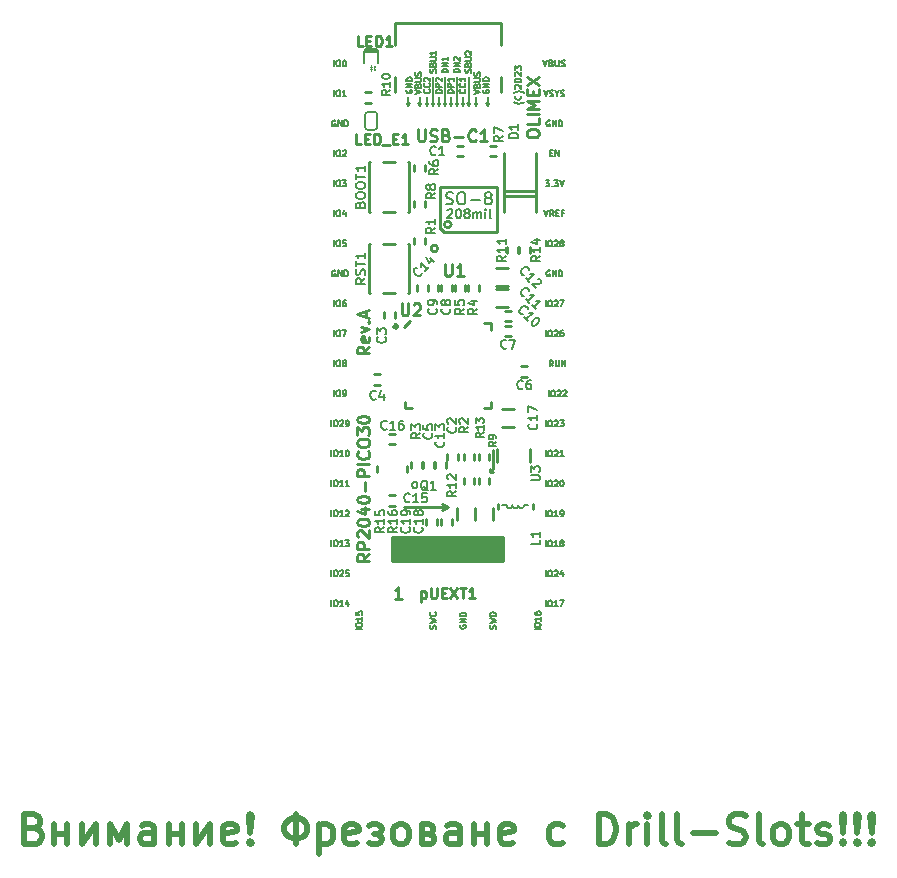
<source format=gbr>
G04 #@! TF.GenerationSoftware,KiCad,Pcbnew,5.1.12-84ad8e8a86~92~ubuntu18.04.1*
G04 #@! TF.CreationDate,2023-05-05T14:43:28+03:00*
G04 #@! TF.ProjectId,RP2040-PICO30_Rev_A,52503230-3430-42d5-9049-434f33305f52,A*
G04 #@! TF.SameCoordinates,Original*
G04 #@! TF.FileFunction,Legend,Top*
G04 #@! TF.FilePolarity,Positive*
%FSLAX46Y46*%
G04 Gerber Fmt 4.6, Leading zero omitted, Abs format (unit mm)*
G04 Created by KiCad (PCBNEW 5.1.12-84ad8e8a86~92~ubuntu18.04.1) date 2023-05-05 14:43:28*
%MOMM*%
%LPD*%
G01*
G04 APERTURE LIST*
%ADD10C,0.127000*%
%ADD11C,0.254000*%
%ADD12C,0.139700*%
%ADD13C,0.100000*%
%ADD14C,0.050000*%
%ADD15C,0.200000*%
%ADD16C,0.150000*%
%ADD17C,0.152400*%
%ADD18C,0.222250*%
%ADD19C,0.508000*%
%ADD20C,0.190500*%
%ADD21C,0.158750*%
%ADD22C,0.177800*%
%ADD23C,0.203200*%
G04 APERTURE END LIST*
D10*
X158580666Y-66879409D02*
X158750000Y-67387409D01*
X158919333Y-66879409D01*
X159258000Y-67121314D02*
X159330571Y-67145504D01*
X159354761Y-67169695D01*
X159378952Y-67218076D01*
X159378952Y-67290647D01*
X159354761Y-67339028D01*
X159330571Y-67363219D01*
X159282190Y-67387409D01*
X159088666Y-67387409D01*
X159088666Y-66879409D01*
X159258000Y-66879409D01*
X159306380Y-66903600D01*
X159330571Y-66927790D01*
X159354761Y-66976171D01*
X159354761Y-67024552D01*
X159330571Y-67072933D01*
X159306380Y-67097123D01*
X159258000Y-67121314D01*
X159088666Y-67121314D01*
X159596666Y-66879409D02*
X159596666Y-67290647D01*
X159620857Y-67339028D01*
X159645047Y-67363219D01*
X159693428Y-67387409D01*
X159790190Y-67387409D01*
X159838571Y-67363219D01*
X159862761Y-67339028D01*
X159886952Y-67290647D01*
X159886952Y-66879409D01*
X160104666Y-67363219D02*
X160177238Y-67387409D01*
X160298190Y-67387409D01*
X160346571Y-67363219D01*
X160370761Y-67339028D01*
X160394952Y-67290647D01*
X160394952Y-67242266D01*
X160370761Y-67193885D01*
X160346571Y-67169695D01*
X160298190Y-67145504D01*
X160201428Y-67121314D01*
X160153047Y-67097123D01*
X160128857Y-67072933D01*
X160104666Y-67024552D01*
X160104666Y-66976171D01*
X160128857Y-66927790D01*
X160153047Y-66903600D01*
X160201428Y-66879409D01*
X160322380Y-66879409D01*
X160394952Y-66903600D01*
X158641142Y-69419409D02*
X158810476Y-69927409D01*
X158979809Y-69419409D01*
X159124952Y-69903219D02*
X159197523Y-69927409D01*
X159318476Y-69927409D01*
X159366857Y-69903219D01*
X159391047Y-69879028D01*
X159415238Y-69830647D01*
X159415238Y-69782266D01*
X159391047Y-69733885D01*
X159366857Y-69709695D01*
X159318476Y-69685504D01*
X159221714Y-69661314D01*
X159173333Y-69637123D01*
X159149142Y-69612933D01*
X159124952Y-69564552D01*
X159124952Y-69516171D01*
X159149142Y-69467790D01*
X159173333Y-69443600D01*
X159221714Y-69419409D01*
X159342666Y-69419409D01*
X159415238Y-69443600D01*
X159729714Y-69685504D02*
X159729714Y-69927409D01*
X159560380Y-69419409D02*
X159729714Y-69685504D01*
X159899047Y-69419409D01*
X160044190Y-69903219D02*
X160116761Y-69927409D01*
X160237714Y-69927409D01*
X160286095Y-69903219D01*
X160310285Y-69879028D01*
X160334476Y-69830647D01*
X160334476Y-69782266D01*
X160310285Y-69733885D01*
X160286095Y-69709695D01*
X160237714Y-69685504D01*
X160140952Y-69661314D01*
X160092571Y-69637123D01*
X160068380Y-69612933D01*
X160044190Y-69564552D01*
X160044190Y-69516171D01*
X160068380Y-69467790D01*
X160092571Y-69443600D01*
X160140952Y-69419409D01*
X160261904Y-69419409D01*
X160334476Y-69443600D01*
X159124952Y-71983600D02*
X159076571Y-71959409D01*
X159004000Y-71959409D01*
X158931428Y-71983600D01*
X158883047Y-72031980D01*
X158858857Y-72080361D01*
X158834666Y-72177123D01*
X158834666Y-72249695D01*
X158858857Y-72346457D01*
X158883047Y-72394838D01*
X158931428Y-72443219D01*
X159004000Y-72467409D01*
X159052380Y-72467409D01*
X159124952Y-72443219D01*
X159149142Y-72419028D01*
X159149142Y-72249695D01*
X159052380Y-72249695D01*
X159366857Y-72467409D02*
X159366857Y-71959409D01*
X159657142Y-72467409D01*
X159657142Y-71959409D01*
X159899047Y-72467409D02*
X159899047Y-71959409D01*
X160020000Y-71959409D01*
X160092571Y-71983600D01*
X160140952Y-72031980D01*
X160165142Y-72080361D01*
X160189333Y-72177123D01*
X160189333Y-72249695D01*
X160165142Y-72346457D01*
X160140952Y-72394838D01*
X160092571Y-72443219D01*
X160020000Y-72467409D01*
X159899047Y-72467409D01*
X159137047Y-74741314D02*
X159306380Y-74741314D01*
X159378952Y-75007409D02*
X159137047Y-75007409D01*
X159137047Y-74499409D01*
X159378952Y-74499409D01*
X159596666Y-75007409D02*
X159596666Y-74499409D01*
X159886952Y-75007409D01*
X159886952Y-74499409D01*
X158762095Y-77039409D02*
X159076571Y-77039409D01*
X158907238Y-77232933D01*
X158979809Y-77232933D01*
X159028190Y-77257123D01*
X159052380Y-77281314D01*
X159076571Y-77329695D01*
X159076571Y-77450647D01*
X159052380Y-77499028D01*
X159028190Y-77523219D01*
X158979809Y-77547409D01*
X158834666Y-77547409D01*
X158786285Y-77523219D01*
X158762095Y-77499028D01*
X159294285Y-77499028D02*
X159318476Y-77523219D01*
X159294285Y-77547409D01*
X159270095Y-77523219D01*
X159294285Y-77499028D01*
X159294285Y-77547409D01*
X159487809Y-77039409D02*
X159802285Y-77039409D01*
X159632952Y-77232933D01*
X159705523Y-77232933D01*
X159753904Y-77257123D01*
X159778095Y-77281314D01*
X159802285Y-77329695D01*
X159802285Y-77450647D01*
X159778095Y-77499028D01*
X159753904Y-77523219D01*
X159705523Y-77547409D01*
X159560380Y-77547409D01*
X159512000Y-77523219D01*
X159487809Y-77499028D01*
X159947428Y-77039409D02*
X160116761Y-77547409D01*
X160286095Y-77039409D01*
X158641142Y-79579409D02*
X158810476Y-80087409D01*
X158979809Y-79579409D01*
X159439428Y-80087409D02*
X159270095Y-79845504D01*
X159149142Y-80087409D02*
X159149142Y-79579409D01*
X159342666Y-79579409D01*
X159391047Y-79603600D01*
X159415238Y-79627790D01*
X159439428Y-79676171D01*
X159439428Y-79748742D01*
X159415238Y-79797123D01*
X159391047Y-79821314D01*
X159342666Y-79845504D01*
X159149142Y-79845504D01*
X159657142Y-79821314D02*
X159826476Y-79821314D01*
X159899047Y-80087409D02*
X159657142Y-80087409D01*
X159657142Y-79579409D01*
X159899047Y-79579409D01*
X160286095Y-79821314D02*
X160116761Y-79821314D01*
X160116761Y-80087409D02*
X160116761Y-79579409D01*
X160358666Y-79579409D01*
X158762095Y-82627409D02*
X158762095Y-82119409D01*
X159100761Y-82119409D02*
X159197523Y-82119409D01*
X159245904Y-82143600D01*
X159294285Y-82191980D01*
X159318476Y-82288742D01*
X159318476Y-82458076D01*
X159294285Y-82554838D01*
X159245904Y-82603219D01*
X159197523Y-82627409D01*
X159100761Y-82627409D01*
X159052380Y-82603219D01*
X159004000Y-82554838D01*
X158979809Y-82458076D01*
X158979809Y-82288742D01*
X159004000Y-82191980D01*
X159052380Y-82143600D01*
X159100761Y-82119409D01*
X159512000Y-82167790D02*
X159536190Y-82143600D01*
X159584571Y-82119409D01*
X159705523Y-82119409D01*
X159753904Y-82143600D01*
X159778095Y-82167790D01*
X159802285Y-82216171D01*
X159802285Y-82264552D01*
X159778095Y-82337123D01*
X159487809Y-82627409D01*
X159802285Y-82627409D01*
X160092571Y-82337123D02*
X160044190Y-82312933D01*
X160020000Y-82288742D01*
X159995809Y-82240361D01*
X159995809Y-82216171D01*
X160020000Y-82167790D01*
X160044190Y-82143600D01*
X160092571Y-82119409D01*
X160189333Y-82119409D01*
X160237714Y-82143600D01*
X160261904Y-82167790D01*
X160286095Y-82216171D01*
X160286095Y-82240361D01*
X160261904Y-82288742D01*
X160237714Y-82312933D01*
X160189333Y-82337123D01*
X160092571Y-82337123D01*
X160044190Y-82361314D01*
X160020000Y-82385504D01*
X159995809Y-82433885D01*
X159995809Y-82530647D01*
X160020000Y-82579028D01*
X160044190Y-82603219D01*
X160092571Y-82627409D01*
X160189333Y-82627409D01*
X160237714Y-82603219D01*
X160261904Y-82579028D01*
X160286095Y-82530647D01*
X160286095Y-82433885D01*
X160261904Y-82385504D01*
X160237714Y-82361314D01*
X160189333Y-82337123D01*
X159124952Y-84683600D02*
X159076571Y-84659409D01*
X159004000Y-84659409D01*
X158931428Y-84683600D01*
X158883047Y-84731980D01*
X158858857Y-84780361D01*
X158834666Y-84877123D01*
X158834666Y-84949695D01*
X158858857Y-85046457D01*
X158883047Y-85094838D01*
X158931428Y-85143219D01*
X159004000Y-85167409D01*
X159052380Y-85167409D01*
X159124952Y-85143219D01*
X159149142Y-85119028D01*
X159149142Y-84949695D01*
X159052380Y-84949695D01*
X159366857Y-85167409D02*
X159366857Y-84659409D01*
X159657142Y-85167409D01*
X159657142Y-84659409D01*
X159899047Y-85167409D02*
X159899047Y-84659409D01*
X160020000Y-84659409D01*
X160092571Y-84683600D01*
X160140952Y-84731980D01*
X160165142Y-84780361D01*
X160189333Y-84877123D01*
X160189333Y-84949695D01*
X160165142Y-85046457D01*
X160140952Y-85094838D01*
X160092571Y-85143219D01*
X160020000Y-85167409D01*
X159899047Y-85167409D01*
X158762095Y-87707409D02*
X158762095Y-87199409D01*
X159100761Y-87199409D02*
X159197523Y-87199409D01*
X159245904Y-87223600D01*
X159294285Y-87271980D01*
X159318476Y-87368742D01*
X159318476Y-87538076D01*
X159294285Y-87634838D01*
X159245904Y-87683219D01*
X159197523Y-87707409D01*
X159100761Y-87707409D01*
X159052380Y-87683219D01*
X159004000Y-87634838D01*
X158979809Y-87538076D01*
X158979809Y-87368742D01*
X159004000Y-87271980D01*
X159052380Y-87223600D01*
X159100761Y-87199409D01*
X159512000Y-87247790D02*
X159536190Y-87223600D01*
X159584571Y-87199409D01*
X159705523Y-87199409D01*
X159753904Y-87223600D01*
X159778095Y-87247790D01*
X159802285Y-87296171D01*
X159802285Y-87344552D01*
X159778095Y-87417123D01*
X159487809Y-87707409D01*
X159802285Y-87707409D01*
X159971619Y-87199409D02*
X160310285Y-87199409D01*
X160092571Y-87707409D01*
X158762095Y-90247409D02*
X158762095Y-89739409D01*
X159100761Y-89739409D02*
X159197523Y-89739409D01*
X159245904Y-89763600D01*
X159294285Y-89811980D01*
X159318476Y-89908742D01*
X159318476Y-90078076D01*
X159294285Y-90174838D01*
X159245904Y-90223219D01*
X159197523Y-90247409D01*
X159100761Y-90247409D01*
X159052380Y-90223219D01*
X159004000Y-90174838D01*
X158979809Y-90078076D01*
X158979809Y-89908742D01*
X159004000Y-89811980D01*
X159052380Y-89763600D01*
X159100761Y-89739409D01*
X159512000Y-89787790D02*
X159536190Y-89763600D01*
X159584571Y-89739409D01*
X159705523Y-89739409D01*
X159753904Y-89763600D01*
X159778095Y-89787790D01*
X159802285Y-89836171D01*
X159802285Y-89884552D01*
X159778095Y-89957123D01*
X159487809Y-90247409D01*
X159802285Y-90247409D01*
X160237714Y-89739409D02*
X160140952Y-89739409D01*
X160092571Y-89763600D01*
X160068380Y-89787790D01*
X160020000Y-89860361D01*
X159995809Y-89957123D01*
X159995809Y-90150647D01*
X160020000Y-90199028D01*
X160044190Y-90223219D01*
X160092571Y-90247409D01*
X160189333Y-90247409D01*
X160237714Y-90223219D01*
X160261904Y-90199028D01*
X160286095Y-90150647D01*
X160286095Y-90029695D01*
X160261904Y-89981314D01*
X160237714Y-89957123D01*
X160189333Y-89932933D01*
X160092571Y-89932933D01*
X160044190Y-89957123D01*
X160020000Y-89981314D01*
X159995809Y-90029695D01*
X159391047Y-92787409D02*
X159221714Y-92545504D01*
X159100761Y-92787409D02*
X159100761Y-92279409D01*
X159294285Y-92279409D01*
X159342666Y-92303600D01*
X159366857Y-92327790D01*
X159391047Y-92376171D01*
X159391047Y-92448742D01*
X159366857Y-92497123D01*
X159342666Y-92521314D01*
X159294285Y-92545504D01*
X159100761Y-92545504D01*
X159608761Y-92279409D02*
X159608761Y-92690647D01*
X159632952Y-92739028D01*
X159657142Y-92763219D01*
X159705523Y-92787409D01*
X159802285Y-92787409D01*
X159850666Y-92763219D01*
X159874857Y-92739028D01*
X159899047Y-92690647D01*
X159899047Y-92279409D01*
X160140952Y-92787409D02*
X160140952Y-92279409D01*
X160431238Y-92787409D01*
X160431238Y-92279409D01*
X159016095Y-95327409D02*
X159016095Y-94819409D01*
X159354761Y-94819409D02*
X159451523Y-94819409D01*
X159499904Y-94843600D01*
X159548285Y-94891980D01*
X159572476Y-94988742D01*
X159572476Y-95158076D01*
X159548285Y-95254838D01*
X159499904Y-95303219D01*
X159451523Y-95327409D01*
X159354761Y-95327409D01*
X159306380Y-95303219D01*
X159258000Y-95254838D01*
X159233809Y-95158076D01*
X159233809Y-94988742D01*
X159258000Y-94891980D01*
X159306380Y-94843600D01*
X159354761Y-94819409D01*
X159766000Y-94867790D02*
X159790190Y-94843600D01*
X159838571Y-94819409D01*
X159959523Y-94819409D01*
X160007904Y-94843600D01*
X160032095Y-94867790D01*
X160056285Y-94916171D01*
X160056285Y-94964552D01*
X160032095Y-95037123D01*
X159741809Y-95327409D01*
X160056285Y-95327409D01*
X160249809Y-94867790D02*
X160274000Y-94843600D01*
X160322380Y-94819409D01*
X160443333Y-94819409D01*
X160491714Y-94843600D01*
X160515904Y-94867790D01*
X160540095Y-94916171D01*
X160540095Y-94964552D01*
X160515904Y-95037123D01*
X160225619Y-95327409D01*
X160540095Y-95327409D01*
X158762095Y-97867409D02*
X158762095Y-97359409D01*
X159100761Y-97359409D02*
X159197523Y-97359409D01*
X159245904Y-97383600D01*
X159294285Y-97431980D01*
X159318476Y-97528742D01*
X159318476Y-97698076D01*
X159294285Y-97794838D01*
X159245904Y-97843219D01*
X159197523Y-97867409D01*
X159100761Y-97867409D01*
X159052380Y-97843219D01*
X159004000Y-97794838D01*
X158979809Y-97698076D01*
X158979809Y-97528742D01*
X159004000Y-97431980D01*
X159052380Y-97383600D01*
X159100761Y-97359409D01*
X159512000Y-97407790D02*
X159536190Y-97383600D01*
X159584571Y-97359409D01*
X159705523Y-97359409D01*
X159753904Y-97383600D01*
X159778095Y-97407790D01*
X159802285Y-97456171D01*
X159802285Y-97504552D01*
X159778095Y-97577123D01*
X159487809Y-97867409D01*
X159802285Y-97867409D01*
X159971619Y-97359409D02*
X160286095Y-97359409D01*
X160116761Y-97552933D01*
X160189333Y-97552933D01*
X160237714Y-97577123D01*
X160261904Y-97601314D01*
X160286095Y-97649695D01*
X160286095Y-97770647D01*
X160261904Y-97819028D01*
X160237714Y-97843219D01*
X160189333Y-97867409D01*
X160044190Y-97867409D01*
X159995809Y-97843219D01*
X159971619Y-97819028D01*
X158762095Y-100407409D02*
X158762095Y-99899409D01*
X159100761Y-99899409D02*
X159197523Y-99899409D01*
X159245904Y-99923600D01*
X159294285Y-99971980D01*
X159318476Y-100068742D01*
X159318476Y-100238076D01*
X159294285Y-100334838D01*
X159245904Y-100383219D01*
X159197523Y-100407409D01*
X159100761Y-100407409D01*
X159052380Y-100383219D01*
X159004000Y-100334838D01*
X158979809Y-100238076D01*
X158979809Y-100068742D01*
X159004000Y-99971980D01*
X159052380Y-99923600D01*
X159100761Y-99899409D01*
X159512000Y-99947790D02*
X159536190Y-99923600D01*
X159584571Y-99899409D01*
X159705523Y-99899409D01*
X159753904Y-99923600D01*
X159778095Y-99947790D01*
X159802285Y-99996171D01*
X159802285Y-100044552D01*
X159778095Y-100117123D01*
X159487809Y-100407409D01*
X159802285Y-100407409D01*
X160286095Y-100407409D02*
X159995809Y-100407409D01*
X160140952Y-100407409D02*
X160140952Y-99899409D01*
X160092571Y-99971980D01*
X160044190Y-100020361D01*
X159995809Y-100044552D01*
X158762095Y-102947409D02*
X158762095Y-102439409D01*
X159100761Y-102439409D02*
X159197523Y-102439409D01*
X159245904Y-102463600D01*
X159294285Y-102511980D01*
X159318476Y-102608742D01*
X159318476Y-102778076D01*
X159294285Y-102874838D01*
X159245904Y-102923219D01*
X159197523Y-102947409D01*
X159100761Y-102947409D01*
X159052380Y-102923219D01*
X159004000Y-102874838D01*
X158979809Y-102778076D01*
X158979809Y-102608742D01*
X159004000Y-102511980D01*
X159052380Y-102463600D01*
X159100761Y-102439409D01*
X159512000Y-102487790D02*
X159536190Y-102463600D01*
X159584571Y-102439409D01*
X159705523Y-102439409D01*
X159753904Y-102463600D01*
X159778095Y-102487790D01*
X159802285Y-102536171D01*
X159802285Y-102584552D01*
X159778095Y-102657123D01*
X159487809Y-102947409D01*
X159802285Y-102947409D01*
X160116761Y-102439409D02*
X160165142Y-102439409D01*
X160213523Y-102463600D01*
X160237714Y-102487790D01*
X160261904Y-102536171D01*
X160286095Y-102632933D01*
X160286095Y-102753885D01*
X160261904Y-102850647D01*
X160237714Y-102899028D01*
X160213523Y-102923219D01*
X160165142Y-102947409D01*
X160116761Y-102947409D01*
X160068380Y-102923219D01*
X160044190Y-102899028D01*
X160020000Y-102850647D01*
X159995809Y-102753885D01*
X159995809Y-102632933D01*
X160020000Y-102536171D01*
X160044190Y-102487790D01*
X160068380Y-102463600D01*
X160116761Y-102439409D01*
X158762095Y-105487409D02*
X158762095Y-104979409D01*
X159100761Y-104979409D02*
X159197523Y-104979409D01*
X159245904Y-105003600D01*
X159294285Y-105051980D01*
X159318476Y-105148742D01*
X159318476Y-105318076D01*
X159294285Y-105414838D01*
X159245904Y-105463219D01*
X159197523Y-105487409D01*
X159100761Y-105487409D01*
X159052380Y-105463219D01*
X159004000Y-105414838D01*
X158979809Y-105318076D01*
X158979809Y-105148742D01*
X159004000Y-105051980D01*
X159052380Y-105003600D01*
X159100761Y-104979409D01*
X159802285Y-105487409D02*
X159512000Y-105487409D01*
X159657142Y-105487409D02*
X159657142Y-104979409D01*
X159608761Y-105051980D01*
X159560380Y-105100361D01*
X159512000Y-105124552D01*
X160044190Y-105487409D02*
X160140952Y-105487409D01*
X160189333Y-105463219D01*
X160213523Y-105439028D01*
X160261904Y-105366457D01*
X160286095Y-105269695D01*
X160286095Y-105076171D01*
X160261904Y-105027790D01*
X160237714Y-105003600D01*
X160189333Y-104979409D01*
X160092571Y-104979409D01*
X160044190Y-105003600D01*
X160020000Y-105027790D01*
X159995809Y-105076171D01*
X159995809Y-105197123D01*
X160020000Y-105245504D01*
X160044190Y-105269695D01*
X160092571Y-105293885D01*
X160189333Y-105293885D01*
X160237714Y-105269695D01*
X160261904Y-105245504D01*
X160286095Y-105197123D01*
X158762095Y-108027409D02*
X158762095Y-107519409D01*
X159100761Y-107519409D02*
X159197523Y-107519409D01*
X159245904Y-107543600D01*
X159294285Y-107591980D01*
X159318476Y-107688742D01*
X159318476Y-107858076D01*
X159294285Y-107954838D01*
X159245904Y-108003219D01*
X159197523Y-108027409D01*
X159100761Y-108027409D01*
X159052380Y-108003219D01*
X159004000Y-107954838D01*
X158979809Y-107858076D01*
X158979809Y-107688742D01*
X159004000Y-107591980D01*
X159052380Y-107543600D01*
X159100761Y-107519409D01*
X159802285Y-108027409D02*
X159512000Y-108027409D01*
X159657142Y-108027409D02*
X159657142Y-107519409D01*
X159608761Y-107591980D01*
X159560380Y-107640361D01*
X159512000Y-107664552D01*
X160092571Y-107737123D02*
X160044190Y-107712933D01*
X160020000Y-107688742D01*
X159995809Y-107640361D01*
X159995809Y-107616171D01*
X160020000Y-107567790D01*
X160044190Y-107543600D01*
X160092571Y-107519409D01*
X160189333Y-107519409D01*
X160237714Y-107543600D01*
X160261904Y-107567790D01*
X160286095Y-107616171D01*
X160286095Y-107640361D01*
X160261904Y-107688742D01*
X160237714Y-107712933D01*
X160189333Y-107737123D01*
X160092571Y-107737123D01*
X160044190Y-107761314D01*
X160020000Y-107785504D01*
X159995809Y-107833885D01*
X159995809Y-107930647D01*
X160020000Y-107979028D01*
X160044190Y-108003219D01*
X160092571Y-108027409D01*
X160189333Y-108027409D01*
X160237714Y-108003219D01*
X160261904Y-107979028D01*
X160286095Y-107930647D01*
X160286095Y-107833885D01*
X160261904Y-107785504D01*
X160237714Y-107761314D01*
X160189333Y-107737123D01*
X158762095Y-110567409D02*
X158762095Y-110059409D01*
X159100761Y-110059409D02*
X159197523Y-110059409D01*
X159245904Y-110083600D01*
X159294285Y-110131980D01*
X159318476Y-110228742D01*
X159318476Y-110398076D01*
X159294285Y-110494838D01*
X159245904Y-110543219D01*
X159197523Y-110567409D01*
X159100761Y-110567409D01*
X159052380Y-110543219D01*
X159004000Y-110494838D01*
X158979809Y-110398076D01*
X158979809Y-110228742D01*
X159004000Y-110131980D01*
X159052380Y-110083600D01*
X159100761Y-110059409D01*
X159512000Y-110107790D02*
X159536190Y-110083600D01*
X159584571Y-110059409D01*
X159705523Y-110059409D01*
X159753904Y-110083600D01*
X159778095Y-110107790D01*
X159802285Y-110156171D01*
X159802285Y-110204552D01*
X159778095Y-110277123D01*
X159487809Y-110567409D01*
X159802285Y-110567409D01*
X160237714Y-110228742D02*
X160237714Y-110567409D01*
X160116761Y-110035219D02*
X159995809Y-110398076D01*
X160310285Y-110398076D01*
X158762095Y-113107409D02*
X158762095Y-112599409D01*
X159100761Y-112599409D02*
X159197523Y-112599409D01*
X159245904Y-112623600D01*
X159294285Y-112671980D01*
X159318476Y-112768742D01*
X159318476Y-112938076D01*
X159294285Y-113034838D01*
X159245904Y-113083219D01*
X159197523Y-113107409D01*
X159100761Y-113107409D01*
X159052380Y-113083219D01*
X159004000Y-113034838D01*
X158979809Y-112938076D01*
X158979809Y-112768742D01*
X159004000Y-112671980D01*
X159052380Y-112623600D01*
X159100761Y-112599409D01*
X159802285Y-113107409D02*
X159512000Y-113107409D01*
X159657142Y-113107409D02*
X159657142Y-112599409D01*
X159608761Y-112671980D01*
X159560380Y-112720361D01*
X159512000Y-112744552D01*
X159971619Y-112599409D02*
X160310285Y-112599409D01*
X160092571Y-113107409D01*
X158344809Y-115049904D02*
X157836809Y-115049904D01*
X157836809Y-114711238D02*
X157836809Y-114614476D01*
X157861000Y-114566095D01*
X157909380Y-114517714D01*
X158006142Y-114493523D01*
X158175476Y-114493523D01*
X158272238Y-114517714D01*
X158320619Y-114566095D01*
X158344809Y-114614476D01*
X158344809Y-114711238D01*
X158320619Y-114759619D01*
X158272238Y-114808000D01*
X158175476Y-114832190D01*
X158006142Y-114832190D01*
X157909380Y-114808000D01*
X157861000Y-114759619D01*
X157836809Y-114711238D01*
X158344809Y-114009714D02*
X158344809Y-114300000D01*
X158344809Y-114154857D02*
X157836809Y-114154857D01*
X157909380Y-114203238D01*
X157957761Y-114251619D01*
X157981952Y-114300000D01*
X157836809Y-113574285D02*
X157836809Y-113671047D01*
X157861000Y-113719428D01*
X157885190Y-113743619D01*
X157957761Y-113792000D01*
X158054523Y-113816190D01*
X158248047Y-113816190D01*
X158296428Y-113792000D01*
X158320619Y-113767809D01*
X158344809Y-113719428D01*
X158344809Y-113622666D01*
X158320619Y-113574285D01*
X158296428Y-113550095D01*
X158248047Y-113525904D01*
X158127095Y-113525904D01*
X158078714Y-113550095D01*
X158054523Y-113574285D01*
X158030333Y-113622666D01*
X158030333Y-113719428D01*
X158054523Y-113767809D01*
X158078714Y-113792000D01*
X158127095Y-113816190D01*
X154536019Y-114989428D02*
X154560209Y-114916857D01*
X154560209Y-114795904D01*
X154536019Y-114747523D01*
X154511828Y-114723333D01*
X154463447Y-114699142D01*
X154415066Y-114699142D01*
X154366685Y-114723333D01*
X154342495Y-114747523D01*
X154318304Y-114795904D01*
X154294114Y-114892666D01*
X154269923Y-114941047D01*
X154245733Y-114965238D01*
X154197352Y-114989428D01*
X154148971Y-114989428D01*
X154100590Y-114965238D01*
X154076400Y-114941047D01*
X154052209Y-114892666D01*
X154052209Y-114771714D01*
X154076400Y-114699142D01*
X154052209Y-114529809D02*
X154560209Y-114408857D01*
X154197352Y-114312095D01*
X154560209Y-114215333D01*
X154052209Y-114094380D01*
X154560209Y-113900857D02*
X154052209Y-113900857D01*
X154052209Y-113779904D01*
X154076400Y-113707333D01*
X154124780Y-113658952D01*
X154173161Y-113634761D01*
X154269923Y-113610571D01*
X154342495Y-113610571D01*
X154439257Y-113634761D01*
X154487638Y-113658952D01*
X154536019Y-113707333D01*
X154560209Y-113779904D01*
X154560209Y-113900857D01*
X151536400Y-114687047D02*
X151512209Y-114735428D01*
X151512209Y-114808000D01*
X151536400Y-114880571D01*
X151584780Y-114928952D01*
X151633161Y-114953142D01*
X151729923Y-114977333D01*
X151802495Y-114977333D01*
X151899257Y-114953142D01*
X151947638Y-114928952D01*
X151996019Y-114880571D01*
X152020209Y-114808000D01*
X152020209Y-114759619D01*
X151996019Y-114687047D01*
X151971828Y-114662857D01*
X151802495Y-114662857D01*
X151802495Y-114759619D01*
X152020209Y-114445142D02*
X151512209Y-114445142D01*
X152020209Y-114154857D01*
X151512209Y-114154857D01*
X152020209Y-113912952D02*
X151512209Y-113912952D01*
X151512209Y-113792000D01*
X151536400Y-113719428D01*
X151584780Y-113671047D01*
X151633161Y-113646857D01*
X151729923Y-113622666D01*
X151802495Y-113622666D01*
X151899257Y-113646857D01*
X151947638Y-113671047D01*
X151996019Y-113719428D01*
X152020209Y-113792000D01*
X152020209Y-113912952D01*
X149456019Y-114989428D02*
X149480209Y-114916857D01*
X149480209Y-114795904D01*
X149456019Y-114747523D01*
X149431828Y-114723333D01*
X149383447Y-114699142D01*
X149335066Y-114699142D01*
X149286685Y-114723333D01*
X149262495Y-114747523D01*
X149238304Y-114795904D01*
X149214114Y-114892666D01*
X149189923Y-114941047D01*
X149165733Y-114965238D01*
X149117352Y-114989428D01*
X149068971Y-114989428D01*
X149020590Y-114965238D01*
X148996400Y-114941047D01*
X148972209Y-114892666D01*
X148972209Y-114771714D01*
X148996400Y-114699142D01*
X148972209Y-114529809D02*
X149480209Y-114408857D01*
X149117352Y-114312095D01*
X149480209Y-114215333D01*
X148972209Y-114094380D01*
X149431828Y-113610571D02*
X149456019Y-113634761D01*
X149480209Y-113707333D01*
X149480209Y-113755714D01*
X149456019Y-113828285D01*
X149407638Y-113876666D01*
X149359257Y-113900857D01*
X149262495Y-113925047D01*
X149189923Y-113925047D01*
X149093161Y-113900857D01*
X149044780Y-113876666D01*
X148996400Y-113828285D01*
X148972209Y-113755714D01*
X148972209Y-113707333D01*
X148996400Y-113634761D01*
X149020590Y-113610571D01*
X143231809Y-115049904D02*
X142723809Y-115049904D01*
X142723809Y-114711238D02*
X142723809Y-114614476D01*
X142748000Y-114566095D01*
X142796380Y-114517714D01*
X142893142Y-114493523D01*
X143062476Y-114493523D01*
X143159238Y-114517714D01*
X143207619Y-114566095D01*
X143231809Y-114614476D01*
X143231809Y-114711238D01*
X143207619Y-114759619D01*
X143159238Y-114808000D01*
X143062476Y-114832190D01*
X142893142Y-114832190D01*
X142796380Y-114808000D01*
X142748000Y-114759619D01*
X142723809Y-114711238D01*
X143231809Y-114009714D02*
X143231809Y-114300000D01*
X143231809Y-114154857D02*
X142723809Y-114154857D01*
X142796380Y-114203238D01*
X142844761Y-114251619D01*
X142868952Y-114300000D01*
X142723809Y-113550095D02*
X142723809Y-113792000D01*
X142965714Y-113816190D01*
X142941523Y-113792000D01*
X142917333Y-113743619D01*
X142917333Y-113622666D01*
X142941523Y-113574285D01*
X142965714Y-113550095D01*
X143014095Y-113525904D01*
X143135047Y-113525904D01*
X143183428Y-113550095D01*
X143207619Y-113574285D01*
X143231809Y-113622666D01*
X143231809Y-113743619D01*
X143207619Y-113792000D01*
X143183428Y-113816190D01*
X140601095Y-113107409D02*
X140601095Y-112599409D01*
X140939761Y-112599409D02*
X141036523Y-112599409D01*
X141084904Y-112623600D01*
X141133285Y-112671980D01*
X141157476Y-112768742D01*
X141157476Y-112938076D01*
X141133285Y-113034838D01*
X141084904Y-113083219D01*
X141036523Y-113107409D01*
X140939761Y-113107409D01*
X140891380Y-113083219D01*
X140843000Y-113034838D01*
X140818809Y-112938076D01*
X140818809Y-112768742D01*
X140843000Y-112671980D01*
X140891380Y-112623600D01*
X140939761Y-112599409D01*
X141641285Y-113107409D02*
X141351000Y-113107409D01*
X141496142Y-113107409D02*
X141496142Y-112599409D01*
X141447761Y-112671980D01*
X141399380Y-112720361D01*
X141351000Y-112744552D01*
X142076714Y-112768742D02*
X142076714Y-113107409D01*
X141955761Y-112575219D02*
X141834809Y-112938076D01*
X142149285Y-112938076D01*
X140601095Y-110567409D02*
X140601095Y-110059409D01*
X140939761Y-110059409D02*
X141036523Y-110059409D01*
X141084904Y-110083600D01*
X141133285Y-110131980D01*
X141157476Y-110228742D01*
X141157476Y-110398076D01*
X141133285Y-110494838D01*
X141084904Y-110543219D01*
X141036523Y-110567409D01*
X140939761Y-110567409D01*
X140891380Y-110543219D01*
X140843000Y-110494838D01*
X140818809Y-110398076D01*
X140818809Y-110228742D01*
X140843000Y-110131980D01*
X140891380Y-110083600D01*
X140939761Y-110059409D01*
X141351000Y-110107790D02*
X141375190Y-110083600D01*
X141423571Y-110059409D01*
X141544523Y-110059409D01*
X141592904Y-110083600D01*
X141617095Y-110107790D01*
X141641285Y-110156171D01*
X141641285Y-110204552D01*
X141617095Y-110277123D01*
X141326809Y-110567409D01*
X141641285Y-110567409D01*
X142100904Y-110059409D02*
X141859000Y-110059409D01*
X141834809Y-110301314D01*
X141859000Y-110277123D01*
X141907380Y-110252933D01*
X142028333Y-110252933D01*
X142076714Y-110277123D01*
X142100904Y-110301314D01*
X142125095Y-110349695D01*
X142125095Y-110470647D01*
X142100904Y-110519028D01*
X142076714Y-110543219D01*
X142028333Y-110567409D01*
X141907380Y-110567409D01*
X141859000Y-110543219D01*
X141834809Y-110519028D01*
X140601095Y-108027409D02*
X140601095Y-107519409D01*
X140939761Y-107519409D02*
X141036523Y-107519409D01*
X141084904Y-107543600D01*
X141133285Y-107591980D01*
X141157476Y-107688742D01*
X141157476Y-107858076D01*
X141133285Y-107954838D01*
X141084904Y-108003219D01*
X141036523Y-108027409D01*
X140939761Y-108027409D01*
X140891380Y-108003219D01*
X140843000Y-107954838D01*
X140818809Y-107858076D01*
X140818809Y-107688742D01*
X140843000Y-107591980D01*
X140891380Y-107543600D01*
X140939761Y-107519409D01*
X141641285Y-108027409D02*
X141351000Y-108027409D01*
X141496142Y-108027409D02*
X141496142Y-107519409D01*
X141447761Y-107591980D01*
X141399380Y-107640361D01*
X141351000Y-107664552D01*
X141810619Y-107519409D02*
X142125095Y-107519409D01*
X141955761Y-107712933D01*
X142028333Y-107712933D01*
X142076714Y-107737123D01*
X142100904Y-107761314D01*
X142125095Y-107809695D01*
X142125095Y-107930647D01*
X142100904Y-107979028D01*
X142076714Y-108003219D01*
X142028333Y-108027409D01*
X141883190Y-108027409D01*
X141834809Y-108003219D01*
X141810619Y-107979028D01*
X140601095Y-105487409D02*
X140601095Y-104979409D01*
X140939761Y-104979409D02*
X141036523Y-104979409D01*
X141084904Y-105003600D01*
X141133285Y-105051980D01*
X141157476Y-105148742D01*
X141157476Y-105318076D01*
X141133285Y-105414838D01*
X141084904Y-105463219D01*
X141036523Y-105487409D01*
X140939761Y-105487409D01*
X140891380Y-105463219D01*
X140843000Y-105414838D01*
X140818809Y-105318076D01*
X140818809Y-105148742D01*
X140843000Y-105051980D01*
X140891380Y-105003600D01*
X140939761Y-104979409D01*
X141641285Y-105487409D02*
X141351000Y-105487409D01*
X141496142Y-105487409D02*
X141496142Y-104979409D01*
X141447761Y-105051980D01*
X141399380Y-105100361D01*
X141351000Y-105124552D01*
X141834809Y-105027790D02*
X141859000Y-105003600D01*
X141907380Y-104979409D01*
X142028333Y-104979409D01*
X142076714Y-105003600D01*
X142100904Y-105027790D01*
X142125095Y-105076171D01*
X142125095Y-105124552D01*
X142100904Y-105197123D01*
X141810619Y-105487409D01*
X142125095Y-105487409D01*
X140601095Y-102947409D02*
X140601095Y-102439409D01*
X140939761Y-102439409D02*
X141036523Y-102439409D01*
X141084904Y-102463600D01*
X141133285Y-102511980D01*
X141157476Y-102608742D01*
X141157476Y-102778076D01*
X141133285Y-102874838D01*
X141084904Y-102923219D01*
X141036523Y-102947409D01*
X140939761Y-102947409D01*
X140891380Y-102923219D01*
X140843000Y-102874838D01*
X140818809Y-102778076D01*
X140818809Y-102608742D01*
X140843000Y-102511980D01*
X140891380Y-102463600D01*
X140939761Y-102439409D01*
X141641285Y-102947409D02*
X141351000Y-102947409D01*
X141496142Y-102947409D02*
X141496142Y-102439409D01*
X141447761Y-102511980D01*
X141399380Y-102560361D01*
X141351000Y-102584552D01*
X142125095Y-102947409D02*
X141834809Y-102947409D01*
X141979952Y-102947409D02*
X141979952Y-102439409D01*
X141931571Y-102511980D01*
X141883190Y-102560361D01*
X141834809Y-102584552D01*
X140601095Y-100407409D02*
X140601095Y-99899409D01*
X140939761Y-99899409D02*
X141036523Y-99899409D01*
X141084904Y-99923600D01*
X141133285Y-99971980D01*
X141157476Y-100068742D01*
X141157476Y-100238076D01*
X141133285Y-100334838D01*
X141084904Y-100383219D01*
X141036523Y-100407409D01*
X140939761Y-100407409D01*
X140891380Y-100383219D01*
X140843000Y-100334838D01*
X140818809Y-100238076D01*
X140818809Y-100068742D01*
X140843000Y-99971980D01*
X140891380Y-99923600D01*
X140939761Y-99899409D01*
X141641285Y-100407409D02*
X141351000Y-100407409D01*
X141496142Y-100407409D02*
X141496142Y-99899409D01*
X141447761Y-99971980D01*
X141399380Y-100020361D01*
X141351000Y-100044552D01*
X141955761Y-99899409D02*
X142004142Y-99899409D01*
X142052523Y-99923600D01*
X142076714Y-99947790D01*
X142100904Y-99996171D01*
X142125095Y-100092933D01*
X142125095Y-100213885D01*
X142100904Y-100310647D01*
X142076714Y-100359028D01*
X142052523Y-100383219D01*
X142004142Y-100407409D01*
X141955761Y-100407409D01*
X141907380Y-100383219D01*
X141883190Y-100359028D01*
X141859000Y-100310647D01*
X141834809Y-100213885D01*
X141834809Y-100092933D01*
X141859000Y-99996171D01*
X141883190Y-99947790D01*
X141907380Y-99923600D01*
X141955761Y-99899409D01*
X140601095Y-97867409D02*
X140601095Y-97359409D01*
X140939761Y-97359409D02*
X141036523Y-97359409D01*
X141084904Y-97383600D01*
X141133285Y-97431980D01*
X141157476Y-97528742D01*
X141157476Y-97698076D01*
X141133285Y-97794838D01*
X141084904Y-97843219D01*
X141036523Y-97867409D01*
X140939761Y-97867409D01*
X140891380Y-97843219D01*
X140843000Y-97794838D01*
X140818809Y-97698076D01*
X140818809Y-97528742D01*
X140843000Y-97431980D01*
X140891380Y-97383600D01*
X140939761Y-97359409D01*
X141351000Y-97407790D02*
X141375190Y-97383600D01*
X141423571Y-97359409D01*
X141544523Y-97359409D01*
X141592904Y-97383600D01*
X141617095Y-97407790D01*
X141641285Y-97456171D01*
X141641285Y-97504552D01*
X141617095Y-97577123D01*
X141326809Y-97867409D01*
X141641285Y-97867409D01*
X141883190Y-97867409D02*
X141979952Y-97867409D01*
X142028333Y-97843219D01*
X142052523Y-97819028D01*
X142100904Y-97746457D01*
X142125095Y-97649695D01*
X142125095Y-97456171D01*
X142100904Y-97407790D01*
X142076714Y-97383600D01*
X142028333Y-97359409D01*
X141931571Y-97359409D01*
X141883190Y-97383600D01*
X141859000Y-97407790D01*
X141834809Y-97456171D01*
X141834809Y-97577123D01*
X141859000Y-97625504D01*
X141883190Y-97649695D01*
X141931571Y-97673885D01*
X142028333Y-97673885D01*
X142076714Y-97649695D01*
X142100904Y-97625504D01*
X142125095Y-97577123D01*
X140843000Y-95327409D02*
X140843000Y-94819409D01*
X141181666Y-94819409D02*
X141278428Y-94819409D01*
X141326809Y-94843600D01*
X141375190Y-94891980D01*
X141399380Y-94988742D01*
X141399380Y-95158076D01*
X141375190Y-95254838D01*
X141326809Y-95303219D01*
X141278428Y-95327409D01*
X141181666Y-95327409D01*
X141133285Y-95303219D01*
X141084904Y-95254838D01*
X141060714Y-95158076D01*
X141060714Y-94988742D01*
X141084904Y-94891980D01*
X141133285Y-94843600D01*
X141181666Y-94819409D01*
X141641285Y-95327409D02*
X141738047Y-95327409D01*
X141786428Y-95303219D01*
X141810619Y-95279028D01*
X141859000Y-95206457D01*
X141883190Y-95109695D01*
X141883190Y-94916171D01*
X141859000Y-94867790D01*
X141834809Y-94843600D01*
X141786428Y-94819409D01*
X141689666Y-94819409D01*
X141641285Y-94843600D01*
X141617095Y-94867790D01*
X141592904Y-94916171D01*
X141592904Y-95037123D01*
X141617095Y-95085504D01*
X141641285Y-95109695D01*
X141689666Y-95133885D01*
X141786428Y-95133885D01*
X141834809Y-95109695D01*
X141859000Y-95085504D01*
X141883190Y-95037123D01*
X140843000Y-92787409D02*
X140843000Y-92279409D01*
X141181666Y-92279409D02*
X141278428Y-92279409D01*
X141326809Y-92303600D01*
X141375190Y-92351980D01*
X141399380Y-92448742D01*
X141399380Y-92618076D01*
X141375190Y-92714838D01*
X141326809Y-92763219D01*
X141278428Y-92787409D01*
X141181666Y-92787409D01*
X141133285Y-92763219D01*
X141084904Y-92714838D01*
X141060714Y-92618076D01*
X141060714Y-92448742D01*
X141084904Y-92351980D01*
X141133285Y-92303600D01*
X141181666Y-92279409D01*
X141689666Y-92497123D02*
X141641285Y-92472933D01*
X141617095Y-92448742D01*
X141592904Y-92400361D01*
X141592904Y-92376171D01*
X141617095Y-92327790D01*
X141641285Y-92303600D01*
X141689666Y-92279409D01*
X141786428Y-92279409D01*
X141834809Y-92303600D01*
X141859000Y-92327790D01*
X141883190Y-92376171D01*
X141883190Y-92400361D01*
X141859000Y-92448742D01*
X141834809Y-92472933D01*
X141786428Y-92497123D01*
X141689666Y-92497123D01*
X141641285Y-92521314D01*
X141617095Y-92545504D01*
X141592904Y-92593885D01*
X141592904Y-92690647D01*
X141617095Y-92739028D01*
X141641285Y-92763219D01*
X141689666Y-92787409D01*
X141786428Y-92787409D01*
X141834809Y-92763219D01*
X141859000Y-92739028D01*
X141883190Y-92690647D01*
X141883190Y-92593885D01*
X141859000Y-92545504D01*
X141834809Y-92521314D01*
X141786428Y-92497123D01*
X140843000Y-90247409D02*
X140843000Y-89739409D01*
X141181666Y-89739409D02*
X141278428Y-89739409D01*
X141326809Y-89763600D01*
X141375190Y-89811980D01*
X141399380Y-89908742D01*
X141399380Y-90078076D01*
X141375190Y-90174838D01*
X141326809Y-90223219D01*
X141278428Y-90247409D01*
X141181666Y-90247409D01*
X141133285Y-90223219D01*
X141084904Y-90174838D01*
X141060714Y-90078076D01*
X141060714Y-89908742D01*
X141084904Y-89811980D01*
X141133285Y-89763600D01*
X141181666Y-89739409D01*
X141568714Y-89739409D02*
X141907380Y-89739409D01*
X141689666Y-90247409D01*
X140843000Y-87707409D02*
X140843000Y-87199409D01*
X141181666Y-87199409D02*
X141278428Y-87199409D01*
X141326809Y-87223600D01*
X141375190Y-87271980D01*
X141399380Y-87368742D01*
X141399380Y-87538076D01*
X141375190Y-87634838D01*
X141326809Y-87683219D01*
X141278428Y-87707409D01*
X141181666Y-87707409D01*
X141133285Y-87683219D01*
X141084904Y-87634838D01*
X141060714Y-87538076D01*
X141060714Y-87368742D01*
X141084904Y-87271980D01*
X141133285Y-87223600D01*
X141181666Y-87199409D01*
X141834809Y-87199409D02*
X141738047Y-87199409D01*
X141689666Y-87223600D01*
X141665476Y-87247790D01*
X141617095Y-87320361D01*
X141592904Y-87417123D01*
X141592904Y-87610647D01*
X141617095Y-87659028D01*
X141641285Y-87683219D01*
X141689666Y-87707409D01*
X141786428Y-87707409D01*
X141834809Y-87683219D01*
X141859000Y-87659028D01*
X141883190Y-87610647D01*
X141883190Y-87489695D01*
X141859000Y-87441314D01*
X141834809Y-87417123D01*
X141786428Y-87392933D01*
X141689666Y-87392933D01*
X141641285Y-87417123D01*
X141617095Y-87441314D01*
X141592904Y-87489695D01*
X140963952Y-84683600D02*
X140915571Y-84659409D01*
X140843000Y-84659409D01*
X140770428Y-84683600D01*
X140722047Y-84731980D01*
X140697857Y-84780361D01*
X140673666Y-84877123D01*
X140673666Y-84949695D01*
X140697857Y-85046457D01*
X140722047Y-85094838D01*
X140770428Y-85143219D01*
X140843000Y-85167409D01*
X140891380Y-85167409D01*
X140963952Y-85143219D01*
X140988142Y-85119028D01*
X140988142Y-84949695D01*
X140891380Y-84949695D01*
X141205857Y-85167409D02*
X141205857Y-84659409D01*
X141496142Y-85167409D01*
X141496142Y-84659409D01*
X141738047Y-85167409D02*
X141738047Y-84659409D01*
X141859000Y-84659409D01*
X141931571Y-84683600D01*
X141979952Y-84731980D01*
X142004142Y-84780361D01*
X142028333Y-84877123D01*
X142028333Y-84949695D01*
X142004142Y-85046457D01*
X141979952Y-85094838D01*
X141931571Y-85143219D01*
X141859000Y-85167409D01*
X141738047Y-85167409D01*
X140843000Y-80087409D02*
X140843000Y-79579409D01*
X141181666Y-79579409D02*
X141278428Y-79579409D01*
X141326809Y-79603600D01*
X141375190Y-79651980D01*
X141399380Y-79748742D01*
X141399380Y-79918076D01*
X141375190Y-80014838D01*
X141326809Y-80063219D01*
X141278428Y-80087409D01*
X141181666Y-80087409D01*
X141133285Y-80063219D01*
X141084904Y-80014838D01*
X141060714Y-79918076D01*
X141060714Y-79748742D01*
X141084904Y-79651980D01*
X141133285Y-79603600D01*
X141181666Y-79579409D01*
X141834809Y-79748742D02*
X141834809Y-80087409D01*
X141713857Y-79555219D02*
X141592904Y-79918076D01*
X141907380Y-79918076D01*
X140843000Y-82627409D02*
X140843000Y-82119409D01*
X141181666Y-82119409D02*
X141278428Y-82119409D01*
X141326809Y-82143600D01*
X141375190Y-82191980D01*
X141399380Y-82288742D01*
X141399380Y-82458076D01*
X141375190Y-82554838D01*
X141326809Y-82603219D01*
X141278428Y-82627409D01*
X141181666Y-82627409D01*
X141133285Y-82603219D01*
X141084904Y-82554838D01*
X141060714Y-82458076D01*
X141060714Y-82288742D01*
X141084904Y-82191980D01*
X141133285Y-82143600D01*
X141181666Y-82119409D01*
X141859000Y-82119409D02*
X141617095Y-82119409D01*
X141592904Y-82361314D01*
X141617095Y-82337123D01*
X141665476Y-82312933D01*
X141786428Y-82312933D01*
X141834809Y-82337123D01*
X141859000Y-82361314D01*
X141883190Y-82409695D01*
X141883190Y-82530647D01*
X141859000Y-82579028D01*
X141834809Y-82603219D01*
X141786428Y-82627409D01*
X141665476Y-82627409D01*
X141617095Y-82603219D01*
X141592904Y-82579028D01*
X140843000Y-77547409D02*
X140843000Y-77039409D01*
X141181666Y-77039409D02*
X141278428Y-77039409D01*
X141326809Y-77063600D01*
X141375190Y-77111980D01*
X141399380Y-77208742D01*
X141399380Y-77378076D01*
X141375190Y-77474838D01*
X141326809Y-77523219D01*
X141278428Y-77547409D01*
X141181666Y-77547409D01*
X141133285Y-77523219D01*
X141084904Y-77474838D01*
X141060714Y-77378076D01*
X141060714Y-77208742D01*
X141084904Y-77111980D01*
X141133285Y-77063600D01*
X141181666Y-77039409D01*
X141568714Y-77039409D02*
X141883190Y-77039409D01*
X141713857Y-77232933D01*
X141786428Y-77232933D01*
X141834809Y-77257123D01*
X141859000Y-77281314D01*
X141883190Y-77329695D01*
X141883190Y-77450647D01*
X141859000Y-77499028D01*
X141834809Y-77523219D01*
X141786428Y-77547409D01*
X141641285Y-77547409D01*
X141592904Y-77523219D01*
X141568714Y-77499028D01*
X140843000Y-75007409D02*
X140843000Y-74499409D01*
X141181666Y-74499409D02*
X141278428Y-74499409D01*
X141326809Y-74523600D01*
X141375190Y-74571980D01*
X141399380Y-74668742D01*
X141399380Y-74838076D01*
X141375190Y-74934838D01*
X141326809Y-74983219D01*
X141278428Y-75007409D01*
X141181666Y-75007409D01*
X141133285Y-74983219D01*
X141084904Y-74934838D01*
X141060714Y-74838076D01*
X141060714Y-74668742D01*
X141084904Y-74571980D01*
X141133285Y-74523600D01*
X141181666Y-74499409D01*
X141592904Y-74547790D02*
X141617095Y-74523600D01*
X141665476Y-74499409D01*
X141786428Y-74499409D01*
X141834809Y-74523600D01*
X141859000Y-74547790D01*
X141883190Y-74596171D01*
X141883190Y-74644552D01*
X141859000Y-74717123D01*
X141568714Y-75007409D01*
X141883190Y-75007409D01*
X140963952Y-71983600D02*
X140915571Y-71959409D01*
X140843000Y-71959409D01*
X140770428Y-71983600D01*
X140722047Y-72031980D01*
X140697857Y-72080361D01*
X140673666Y-72177123D01*
X140673666Y-72249695D01*
X140697857Y-72346457D01*
X140722047Y-72394838D01*
X140770428Y-72443219D01*
X140843000Y-72467409D01*
X140891380Y-72467409D01*
X140963952Y-72443219D01*
X140988142Y-72419028D01*
X140988142Y-72249695D01*
X140891380Y-72249695D01*
X141205857Y-72467409D02*
X141205857Y-71959409D01*
X141496142Y-72467409D01*
X141496142Y-71959409D01*
X141738047Y-72467409D02*
X141738047Y-71959409D01*
X141859000Y-71959409D01*
X141931571Y-71983600D01*
X141979952Y-72031980D01*
X142004142Y-72080361D01*
X142028333Y-72177123D01*
X142028333Y-72249695D01*
X142004142Y-72346457D01*
X141979952Y-72394838D01*
X141931571Y-72443219D01*
X141859000Y-72467409D01*
X141738047Y-72467409D01*
X140843000Y-69927409D02*
X140843000Y-69419409D01*
X141181666Y-69419409D02*
X141278428Y-69419409D01*
X141326809Y-69443600D01*
X141375190Y-69491980D01*
X141399380Y-69588742D01*
X141399380Y-69758076D01*
X141375190Y-69854838D01*
X141326809Y-69903219D01*
X141278428Y-69927409D01*
X141181666Y-69927409D01*
X141133285Y-69903219D01*
X141084904Y-69854838D01*
X141060714Y-69758076D01*
X141060714Y-69588742D01*
X141084904Y-69491980D01*
X141133285Y-69443600D01*
X141181666Y-69419409D01*
X141883190Y-69927409D02*
X141592904Y-69927409D01*
X141738047Y-69927409D02*
X141738047Y-69419409D01*
X141689666Y-69491980D01*
X141641285Y-69540361D01*
X141592904Y-69564552D01*
X140843000Y-67387409D02*
X140843000Y-66879409D01*
X141181666Y-66879409D02*
X141278428Y-66879409D01*
X141326809Y-66903600D01*
X141375190Y-66951980D01*
X141399380Y-67048742D01*
X141399380Y-67218076D01*
X141375190Y-67314838D01*
X141326809Y-67363219D01*
X141278428Y-67387409D01*
X141181666Y-67387409D01*
X141133285Y-67363219D01*
X141084904Y-67314838D01*
X141060714Y-67218076D01*
X141060714Y-67048742D01*
X141084904Y-66951980D01*
X141133285Y-66903600D01*
X141181666Y-66879409D01*
X141713857Y-66879409D02*
X141762238Y-66879409D01*
X141810619Y-66903600D01*
X141834809Y-66927790D01*
X141859000Y-66976171D01*
X141883190Y-67072933D01*
X141883190Y-67193885D01*
X141859000Y-67290647D01*
X141834809Y-67339028D01*
X141810619Y-67363219D01*
X141762238Y-67387409D01*
X141713857Y-67387409D01*
X141665476Y-67363219D01*
X141641285Y-67339028D01*
X141617095Y-67290647D01*
X141592904Y-67193885D01*
X141592904Y-67072933D01*
X141617095Y-66976171D01*
X141641285Y-66927790D01*
X141665476Y-66903600D01*
X141713857Y-66879409D01*
D11*
X157177619Y-73139904D02*
X157177619Y-72946380D01*
X157226000Y-72849619D01*
X157322761Y-72752857D01*
X157516285Y-72704476D01*
X157854952Y-72704476D01*
X158048476Y-72752857D01*
X158145238Y-72849619D01*
X158193619Y-72946380D01*
X158193619Y-73139904D01*
X158145238Y-73236666D01*
X158048476Y-73333428D01*
X157854952Y-73381809D01*
X157516285Y-73381809D01*
X157322761Y-73333428D01*
X157226000Y-73236666D01*
X157177619Y-73139904D01*
X158193619Y-71785238D02*
X158193619Y-72269047D01*
X157177619Y-72269047D01*
X158193619Y-71446571D02*
X157177619Y-71446571D01*
X158193619Y-70962761D02*
X157177619Y-70962761D01*
X157903333Y-70624095D01*
X157177619Y-70285428D01*
X158193619Y-70285428D01*
X157661428Y-69801619D02*
X157661428Y-69462952D01*
X158193619Y-69317809D02*
X158193619Y-69801619D01*
X157177619Y-69801619D01*
X157177619Y-69317809D01*
X157177619Y-68979142D02*
X158193619Y-68301809D01*
X157177619Y-68301809D02*
X158193619Y-68979142D01*
X154051000Y-101727000D02*
X154051000Y-101473000D01*
X154305000Y-101727000D02*
X154051000Y-101727000D01*
X154305000Y-101473000D02*
X154051000Y-101727000D01*
X154305000Y-99822000D02*
X154305000Y-101473000D01*
X150495000Y-104648000D02*
X149987000Y-104902000D01*
X150495000Y-104648000D02*
X149987000Y-104394000D01*
X146812000Y-104648000D02*
X150495000Y-104648000D01*
D12*
X156929666Y-70384609D02*
X156903057Y-70411219D01*
X156823228Y-70464438D01*
X156770009Y-70491047D01*
X156690180Y-70517657D01*
X156557133Y-70544266D01*
X156450695Y-70544266D01*
X156317647Y-70517657D01*
X156237819Y-70491047D01*
X156184600Y-70464438D01*
X156104771Y-70411219D01*
X156078161Y-70384609D01*
X156663571Y-69852419D02*
X156690180Y-69879028D01*
X156716790Y-69958857D01*
X156716790Y-70012076D01*
X156690180Y-70091904D01*
X156636961Y-70145123D01*
X156583742Y-70171733D01*
X156477304Y-70198342D01*
X156397476Y-70198342D01*
X156291038Y-70171733D01*
X156237819Y-70145123D01*
X156184600Y-70091904D01*
X156157990Y-70012076D01*
X156157990Y-69958857D01*
X156184600Y-69879028D01*
X156211209Y-69852419D01*
X156929666Y-69666152D02*
X156903057Y-69639542D01*
X156823228Y-69586323D01*
X156770009Y-69559714D01*
X156690180Y-69533104D01*
X156557133Y-69506495D01*
X156450695Y-69506495D01*
X156317647Y-69533104D01*
X156237819Y-69559714D01*
X156184600Y-69586323D01*
X156104771Y-69639542D01*
X156078161Y-69666152D01*
X156211209Y-69267009D02*
X156184600Y-69240400D01*
X156157990Y-69187180D01*
X156157990Y-69054133D01*
X156184600Y-69000914D01*
X156211209Y-68974304D01*
X156264428Y-68947695D01*
X156317647Y-68947695D01*
X156397476Y-68974304D01*
X156716790Y-69293619D01*
X156716790Y-68947695D01*
X156157990Y-68601771D02*
X156157990Y-68548552D01*
X156184600Y-68495333D01*
X156211209Y-68468723D01*
X156264428Y-68442114D01*
X156370866Y-68415504D01*
X156503914Y-68415504D01*
X156610352Y-68442114D01*
X156663571Y-68468723D01*
X156690180Y-68495333D01*
X156716790Y-68548552D01*
X156716790Y-68601771D01*
X156690180Y-68654990D01*
X156663571Y-68681600D01*
X156610352Y-68708209D01*
X156503914Y-68734819D01*
X156370866Y-68734819D01*
X156264428Y-68708209D01*
X156211209Y-68681600D01*
X156184600Y-68654990D01*
X156157990Y-68601771D01*
X156211209Y-68202628D02*
X156184600Y-68176019D01*
X156157990Y-68122800D01*
X156157990Y-67989752D01*
X156184600Y-67936533D01*
X156211209Y-67909923D01*
X156264428Y-67883314D01*
X156317647Y-67883314D01*
X156397476Y-67909923D01*
X156716790Y-68229238D01*
X156716790Y-67883314D01*
X156157990Y-67697047D02*
X156157990Y-67351123D01*
X156370866Y-67537390D01*
X156370866Y-67457561D01*
X156397476Y-67404342D01*
X156424085Y-67377733D01*
X156477304Y-67351123D01*
X156610352Y-67351123D01*
X156663571Y-67377733D01*
X156690180Y-67404342D01*
X156716790Y-67457561D01*
X156716790Y-67617219D01*
X156690180Y-67670438D01*
X156663571Y-67697047D01*
D11*
X143842619Y-91101333D02*
X143358809Y-91440000D01*
X143842619Y-91681904D02*
X142826619Y-91681904D01*
X142826619Y-91294857D01*
X142875000Y-91198095D01*
X142923380Y-91149714D01*
X143020142Y-91101333D01*
X143165285Y-91101333D01*
X143262047Y-91149714D01*
X143310428Y-91198095D01*
X143358809Y-91294857D01*
X143358809Y-91681904D01*
X143794238Y-90278857D02*
X143842619Y-90375619D01*
X143842619Y-90569142D01*
X143794238Y-90665904D01*
X143697476Y-90714285D01*
X143310428Y-90714285D01*
X143213666Y-90665904D01*
X143165285Y-90569142D01*
X143165285Y-90375619D01*
X143213666Y-90278857D01*
X143310428Y-90230476D01*
X143407190Y-90230476D01*
X143503952Y-90714285D01*
X143165285Y-89891809D02*
X143842619Y-89649904D01*
X143165285Y-89408000D01*
X143745857Y-89020952D02*
X143794238Y-88972571D01*
X143842619Y-89020952D01*
X143794238Y-89069333D01*
X143745857Y-89020952D01*
X143842619Y-89020952D01*
X143552333Y-88585523D02*
X143552333Y-88101714D01*
X143842619Y-88682285D02*
X142826619Y-88343619D01*
X143842619Y-88004952D01*
X143842619Y-108639428D02*
X143358809Y-108978095D01*
X143842619Y-109220000D02*
X142826619Y-109220000D01*
X142826619Y-108832952D01*
X142875000Y-108736190D01*
X142923380Y-108687809D01*
X143020142Y-108639428D01*
X143165285Y-108639428D01*
X143262047Y-108687809D01*
X143310428Y-108736190D01*
X143358809Y-108832952D01*
X143358809Y-109220000D01*
X143842619Y-108204000D02*
X142826619Y-108204000D01*
X142826619Y-107816952D01*
X142875000Y-107720190D01*
X142923380Y-107671809D01*
X143020142Y-107623428D01*
X143165285Y-107623428D01*
X143262047Y-107671809D01*
X143310428Y-107720190D01*
X143358809Y-107816952D01*
X143358809Y-108204000D01*
X142923380Y-107236380D02*
X142875000Y-107188000D01*
X142826619Y-107091238D01*
X142826619Y-106849333D01*
X142875000Y-106752571D01*
X142923380Y-106704190D01*
X143020142Y-106655809D01*
X143116904Y-106655809D01*
X143262047Y-106704190D01*
X143842619Y-107284761D01*
X143842619Y-106655809D01*
X142826619Y-106026857D02*
X142826619Y-105930095D01*
X142875000Y-105833333D01*
X142923380Y-105784952D01*
X143020142Y-105736571D01*
X143213666Y-105688190D01*
X143455571Y-105688190D01*
X143649095Y-105736571D01*
X143745857Y-105784952D01*
X143794238Y-105833333D01*
X143842619Y-105930095D01*
X143842619Y-106026857D01*
X143794238Y-106123619D01*
X143745857Y-106172000D01*
X143649095Y-106220380D01*
X143455571Y-106268761D01*
X143213666Y-106268761D01*
X143020142Y-106220380D01*
X142923380Y-106172000D01*
X142875000Y-106123619D01*
X142826619Y-106026857D01*
X143165285Y-104817333D02*
X143842619Y-104817333D01*
X142778238Y-105059238D02*
X143503952Y-105301142D01*
X143503952Y-104672190D01*
X142826619Y-104091619D02*
X142826619Y-103994857D01*
X142875000Y-103898095D01*
X142923380Y-103849714D01*
X143020142Y-103801333D01*
X143213666Y-103752952D01*
X143455571Y-103752952D01*
X143649095Y-103801333D01*
X143745857Y-103849714D01*
X143794238Y-103898095D01*
X143842619Y-103994857D01*
X143842619Y-104091619D01*
X143794238Y-104188380D01*
X143745857Y-104236761D01*
X143649095Y-104285142D01*
X143455571Y-104333523D01*
X143213666Y-104333523D01*
X143020142Y-104285142D01*
X142923380Y-104236761D01*
X142875000Y-104188380D01*
X142826619Y-104091619D01*
X143455571Y-103317523D02*
X143455571Y-102543428D01*
X143842619Y-102059619D02*
X142826619Y-102059619D01*
X142826619Y-101672571D01*
X142875000Y-101575809D01*
X142923380Y-101527428D01*
X143020142Y-101479047D01*
X143165285Y-101479047D01*
X143262047Y-101527428D01*
X143310428Y-101575809D01*
X143358809Y-101672571D01*
X143358809Y-102059619D01*
X143842619Y-101043619D02*
X142826619Y-101043619D01*
X143745857Y-99979238D02*
X143794238Y-100027619D01*
X143842619Y-100172761D01*
X143842619Y-100269523D01*
X143794238Y-100414666D01*
X143697476Y-100511428D01*
X143600714Y-100559809D01*
X143407190Y-100608190D01*
X143262047Y-100608190D01*
X143068523Y-100559809D01*
X142971761Y-100511428D01*
X142875000Y-100414666D01*
X142826619Y-100269523D01*
X142826619Y-100172761D01*
X142875000Y-100027619D01*
X142923380Y-99979238D01*
X142826619Y-99350285D02*
X142826619Y-99156761D01*
X142875000Y-99060000D01*
X142971761Y-98963238D01*
X143165285Y-98914857D01*
X143503952Y-98914857D01*
X143697476Y-98963238D01*
X143794238Y-99060000D01*
X143842619Y-99156761D01*
X143842619Y-99350285D01*
X143794238Y-99447047D01*
X143697476Y-99543809D01*
X143503952Y-99592190D01*
X143165285Y-99592190D01*
X142971761Y-99543809D01*
X142875000Y-99447047D01*
X142826619Y-99350285D01*
X142826619Y-98576190D02*
X142826619Y-97947238D01*
X143213666Y-98285904D01*
X143213666Y-98140761D01*
X143262047Y-98044000D01*
X143310428Y-97995619D01*
X143407190Y-97947238D01*
X143649095Y-97947238D01*
X143745857Y-97995619D01*
X143794238Y-98044000D01*
X143842619Y-98140761D01*
X143842619Y-98431047D01*
X143794238Y-98527809D01*
X143745857Y-98576190D01*
X142826619Y-97318285D02*
X142826619Y-97221523D01*
X142875000Y-97124761D01*
X142923380Y-97076380D01*
X143020142Y-97028000D01*
X143213666Y-96979619D01*
X143455571Y-96979619D01*
X143649095Y-97028000D01*
X143745857Y-97076380D01*
X143794238Y-97124761D01*
X143842619Y-97221523D01*
X143842619Y-97318285D01*
X143794238Y-97415047D01*
X143745857Y-97463428D01*
X143649095Y-97511809D01*
X143455571Y-97560190D01*
X143213666Y-97560190D01*
X143020142Y-97511809D01*
X142923380Y-97463428D01*
X142875000Y-97415047D01*
X142826619Y-97318285D01*
X154105000Y-96320000D02*
X154105000Y-95758000D01*
X153543000Y-96320000D02*
X154105000Y-96320000D01*
X146885000Y-96320000D02*
X146885000Y-95758000D01*
X147447000Y-96320000D02*
X146885000Y-96320000D01*
X154105000Y-89100000D02*
X154105000Y-89662000D01*
X153543000Y-89100000D02*
X154105000Y-89100000D01*
X146229605Y-89408000D02*
G75*
G03*
X146229605Y-89408000I-179605J0D01*
G01*
X146812000Y-89408000D02*
X147247000Y-88973000D01*
G36*
X145801000Y-107200000D02*
G01*
X145801000Y-109254000D01*
X155199000Y-109254000D01*
X155199000Y-107200000D01*
X145801000Y-107200000D01*
G37*
X145801000Y-107200000D02*
X145801000Y-109254000D01*
X155199000Y-109254000D01*
X155199000Y-107200000D01*
X145801000Y-107200000D01*
X145801000Y-107200000D02*
X155199000Y-107200000D01*
D10*
X153850000Y-70750000D02*
X153750000Y-70500000D01*
X153850000Y-70750000D02*
X153950000Y-70500000D01*
X153850000Y-70000000D02*
X153850000Y-70750000D01*
X152900000Y-70750000D02*
X152800000Y-70500000D01*
X152900000Y-70750000D02*
X153000000Y-70500000D01*
X152250000Y-70750000D02*
X152150000Y-70500000D01*
X152900000Y-70000000D02*
X152900000Y-70750000D01*
X152250000Y-68250000D02*
X152250000Y-70750000D01*
X152250000Y-70750000D02*
X152350000Y-70500000D01*
X151750000Y-70000000D02*
X151750000Y-70750000D01*
X151250000Y-68250000D02*
X151250000Y-70750000D01*
X151250000Y-70750000D02*
X151350000Y-70500000D01*
X151750000Y-70750000D02*
X151650000Y-70500000D01*
X151250000Y-70750000D02*
X151150000Y-70500000D01*
X151750000Y-70750000D02*
X151850000Y-70500000D01*
X150750000Y-70000000D02*
X150750000Y-70750000D01*
X150750000Y-70750000D02*
X150850000Y-70500000D01*
X150750000Y-70750000D02*
X150650000Y-70500000D01*
X150250000Y-68250000D02*
X150250000Y-70750000D01*
X150250000Y-70750000D02*
X150150000Y-70500000D01*
X150250000Y-70750000D02*
X150350000Y-70500000D01*
X149750000Y-70750000D02*
X149650000Y-70500000D01*
X149750000Y-70000000D02*
X149750000Y-70750000D01*
X149750000Y-70750000D02*
X149850000Y-70500000D01*
X149250000Y-70750000D02*
X149150000Y-70500000D01*
X149250000Y-68250000D02*
X149250000Y-70750000D01*
X149250000Y-70750000D02*
X149350000Y-70500000D01*
X147150000Y-70750000D02*
X147050000Y-70500000D01*
X147150000Y-70000000D02*
X147150000Y-70750000D01*
X147150000Y-70750000D02*
X147250000Y-70500000D01*
X148100000Y-70750000D02*
X148000000Y-70500000D01*
X148100000Y-70750000D02*
X148200000Y-70500000D01*
X148750000Y-70750000D02*
X148850000Y-70500000D01*
X148750000Y-70750000D02*
X148650000Y-70500000D01*
X148100000Y-70750000D02*
X148100000Y-70000000D01*
X148750000Y-70000000D02*
X148750000Y-70750000D01*
D11*
X154970000Y-65550000D02*
X154970000Y-63682000D01*
X146030000Y-63682000D02*
X146030000Y-65550000D01*
X154970000Y-63682000D02*
X146030000Y-63682000D01*
X146030000Y-69550000D02*
X146030000Y-68250000D01*
X154970000Y-69550000D02*
X154970000Y-68250000D01*
D10*
X144584200Y-66103000D02*
X144584200Y-67119000D01*
X143365000Y-67119000D02*
X143365000Y-66103000D01*
D13*
X144000000Y-67760000D02*
X144000000Y-67240000D01*
X143890000Y-67590000D02*
X144110000Y-67590000D01*
X143890000Y-67590000D02*
X143990000Y-67480000D01*
X144110000Y-67590000D02*
X144010000Y-67490000D01*
X143890000Y-67400000D02*
X144110000Y-67400000D01*
D14*
X144245600Y-67322200D02*
X144355600Y-67452200D01*
X144354600Y-67453800D02*
X144344600Y-67373800D01*
X144354600Y-67453800D02*
X144274600Y-67453800D01*
X144354600Y-67669200D02*
X144274600Y-67669200D01*
X144354600Y-67669200D02*
X144344600Y-67589200D01*
X144224600Y-67529200D02*
X144334600Y-67659200D01*
D11*
X143428500Y-66090300D02*
X143555500Y-65937900D01*
X144520700Y-66090300D02*
X144393700Y-65950600D01*
X143555500Y-65937900D02*
X144381000Y-65937900D01*
X144482600Y-66103000D02*
X143441200Y-66103000D01*
X156083000Y-96393000D02*
X155067000Y-96393000D01*
X156083000Y-97917000D02*
X155067000Y-97917000D01*
X154305000Y-105767000D02*
X154305000Y-104751000D01*
X152781000Y-105767000D02*
X152781000Y-104751000D01*
X152781000Y-105767000D02*
X152781000Y-104751000D01*
X151257000Y-105767000D02*
X151257000Y-104751000D01*
D15*
X155460000Y-104498000D02*
X155110000Y-104498000D01*
X156960000Y-104498000D02*
X157310000Y-104498000D01*
D11*
X157710000Y-104448000D02*
X157710000Y-104848000D01*
X154710000Y-104448000D02*
X154710000Y-104848000D01*
D15*
X156460000Y-104548000D02*
G75*
G02*
X155960000Y-104548000I-250000J0D01*
G01*
X156960000Y-104548000D02*
G75*
G02*
X156460000Y-104548000I-250000J0D01*
G01*
X155960000Y-104548000D02*
G75*
G02*
X155460000Y-104548000I-250000J0D01*
G01*
D11*
X152717500Y-102465000D02*
X152717500Y-102211000D01*
X152717500Y-102465000D02*
X152717500Y-102719000D01*
X151828500Y-102465000D02*
X151828500Y-102719000D01*
X151828500Y-102465000D02*
X151828500Y-102211000D01*
X153098500Y-100433000D02*
X153098500Y-100687000D01*
X153098500Y-100433000D02*
X153098500Y-100179000D01*
X153987500Y-100433000D02*
X153987500Y-100179000D01*
X153987500Y-100433000D02*
X153987500Y-100687000D01*
X149542500Y-105918000D02*
X149542500Y-105664000D01*
X149542500Y-105918000D02*
X149542500Y-106172000D01*
X148653500Y-105918000D02*
X148653500Y-106172000D01*
X148653500Y-105918000D02*
X148653500Y-105664000D01*
X150812500Y-105918000D02*
X150812500Y-105664000D01*
X150812500Y-105918000D02*
X150812500Y-106172000D01*
X149923500Y-105918000D02*
X149923500Y-106172000D01*
X149923500Y-105918000D02*
X149923500Y-105664000D01*
X154673300Y-99771200D02*
X154673300Y-100901500D01*
X157480000Y-99771200D02*
X157480000Y-100901500D01*
X151511000Y-74993500D02*
X151765000Y-74993500D01*
X151511000Y-74993500D02*
X151257000Y-74993500D01*
X151511000Y-74104500D02*
X151257000Y-74104500D01*
X151511000Y-74104500D02*
X151765000Y-74104500D01*
X151320500Y-100457000D02*
X151320500Y-100203000D01*
X151320500Y-100457000D02*
X151320500Y-100711000D01*
X150431500Y-100457000D02*
X150431500Y-100711000D01*
X150431500Y-100457000D02*
X150431500Y-100203000D01*
X145097500Y-88392000D02*
X145097500Y-88646000D01*
X145097500Y-88392000D02*
X145097500Y-88138000D01*
X145986500Y-88392000D02*
X145986500Y-88138000D01*
X145986500Y-88392000D02*
X145986500Y-88646000D01*
X144526000Y-94348300D02*
X144780000Y-94348300D01*
X144526000Y-94348300D02*
X144272000Y-94348300D01*
X144526000Y-93459300D02*
X144272000Y-93459300D01*
X144526000Y-93459300D02*
X144780000Y-93459300D01*
X149288500Y-101092000D02*
X149288500Y-100838000D01*
X149288500Y-101092000D02*
X149288500Y-101346000D01*
X148399500Y-101092000D02*
X148399500Y-101346000D01*
X148399500Y-101092000D02*
X148399500Y-100838000D01*
X156972000Y-92773500D02*
X156718000Y-92773500D01*
X156972000Y-92773500D02*
X157226000Y-92773500D01*
X156972000Y-93662500D02*
X157226000Y-93662500D01*
X156972000Y-93662500D02*
X156718000Y-93662500D01*
X155575000Y-89344500D02*
X155321000Y-89344500D01*
X155575000Y-89344500D02*
X155829000Y-89344500D01*
X155575000Y-90233500D02*
X155829000Y-90233500D01*
X155575000Y-90233500D02*
X155321000Y-90233500D01*
X149923500Y-86106000D02*
X149923500Y-86360000D01*
X149923500Y-86106000D02*
X149923500Y-85852000D01*
X150812500Y-86106000D02*
X150812500Y-85852000D01*
X150812500Y-86106000D02*
X150812500Y-86360000D01*
X148780500Y-86106000D02*
X148780500Y-86360000D01*
X148780500Y-86106000D02*
X148780500Y-85852000D01*
X149669500Y-86106000D02*
X149669500Y-85852000D01*
X149669500Y-86106000D02*
X149669500Y-86360000D01*
X155575000Y-88074500D02*
X155321000Y-88074500D01*
X155575000Y-88074500D02*
X155829000Y-88074500D01*
X155575000Y-88963500D02*
X155829000Y-88963500D01*
X155575000Y-88963500D02*
X155321000Y-88963500D01*
X154559000Y-87757000D02*
X155575000Y-87757000D01*
X154559000Y-86233000D02*
X155575000Y-86233000D01*
X154559000Y-85979000D02*
X155575000Y-85979000D01*
X154559000Y-84455000D02*
X155575000Y-84455000D01*
X150304500Y-101092000D02*
X150304500Y-100838000D01*
X150304500Y-101092000D02*
X150304500Y-101346000D01*
X149415500Y-101092000D02*
X149415500Y-101346000D01*
X149415500Y-101092000D02*
X149415500Y-100838000D01*
X147891500Y-86106000D02*
X147891500Y-86360000D01*
X147891500Y-86106000D02*
X147891500Y-85852000D01*
X148780500Y-86106000D02*
X148780500Y-85852000D01*
X148780500Y-86106000D02*
X148780500Y-86360000D01*
X145796000Y-104584500D02*
X146050000Y-104584500D01*
X145796000Y-104584500D02*
X145542000Y-104584500D01*
X145796000Y-103695500D02*
X145542000Y-103695500D01*
X145796000Y-103695500D02*
X146050000Y-103695500D01*
X145796000Y-99377500D02*
X146050000Y-99377500D01*
X145796000Y-99377500D02*
X145542000Y-99377500D01*
X145796000Y-98488500D02*
X145542000Y-98488500D01*
X145796000Y-98488500D02*
X146050000Y-98488500D01*
X155241000Y-77906000D02*
X157941000Y-77906000D01*
X155241000Y-74716000D02*
X155241000Y-79716000D01*
X155241000Y-78346000D02*
X157941000Y-78346000D01*
X157941000Y-79716000D02*
X157941000Y-74716000D01*
X147066000Y-101219000D02*
X147066000Y-101727000D01*
X144526000Y-101219000D02*
X144526000Y-101727000D01*
X147637500Y-82169000D02*
X147637500Y-82423000D01*
X147637500Y-82169000D02*
X147637500Y-81915000D01*
X148526500Y-82169000D02*
X148526500Y-81915000D01*
X148526500Y-82169000D02*
X148526500Y-82423000D01*
X151828500Y-100457000D02*
X151828500Y-100711000D01*
X151828500Y-100457000D02*
X151828500Y-100203000D01*
X152717500Y-100457000D02*
X152717500Y-100203000D01*
X152717500Y-100457000D02*
X152717500Y-100711000D01*
X147383500Y-101092000D02*
X147383500Y-101346000D01*
X147383500Y-101092000D02*
X147383500Y-100838000D01*
X148272500Y-101092000D02*
X148272500Y-100838000D01*
X148272500Y-101092000D02*
X148272500Y-101346000D01*
X147637500Y-78994000D02*
X147637500Y-79248000D01*
X147637500Y-78994000D02*
X147637500Y-78740000D01*
X148526500Y-78994000D02*
X148526500Y-78740000D01*
X148526500Y-78994000D02*
X148526500Y-79248000D01*
X153098500Y-86106000D02*
X153098500Y-85852000D01*
X153098500Y-86106000D02*
X153098500Y-86360000D01*
X152209500Y-86106000D02*
X152209500Y-86360000D01*
X152209500Y-86106000D02*
X152209500Y-85852000D01*
X151955500Y-86106000D02*
X151955500Y-85852000D01*
X151955500Y-86106000D02*
X151955500Y-86360000D01*
X151066500Y-86106000D02*
X151066500Y-86360000D01*
X151066500Y-86106000D02*
X151066500Y-85852000D01*
X143764000Y-69580500D02*
X143510000Y-69580500D01*
X143764000Y-69580500D02*
X144018000Y-69580500D01*
X143764000Y-70469500D02*
X144018000Y-70469500D01*
X143764000Y-70469500D02*
X143510000Y-70469500D01*
X150778981Y-80772000D02*
G75*
G03*
X150778981Y-80772000I-283981J0D01*
G01*
X149635981Y-82804000D02*
G75*
G03*
X149635981Y-82804000I-283981J0D01*
G01*
X154686000Y-77597000D02*
X154686000Y-81407000D01*
X149860000Y-77597000D02*
X149860000Y-81153000D01*
X154670760Y-81401920D02*
X150139400Y-81401920D01*
X150139400Y-81401920D02*
X149875240Y-81135220D01*
X149875240Y-77602080D02*
X154670760Y-77602080D01*
X153098500Y-102489000D02*
X153098500Y-102235000D01*
X153098500Y-102489000D02*
X153098500Y-102743000D01*
X153987500Y-102489000D02*
X153987500Y-102743000D01*
X153987500Y-102489000D02*
X153987500Y-102235000D01*
X156400500Y-82931000D02*
X156400500Y-83185000D01*
X156400500Y-82931000D02*
X156400500Y-82677000D01*
X155511500Y-82931000D02*
X155511500Y-82677000D01*
X155511500Y-82931000D02*
X155511500Y-83185000D01*
X157416500Y-82931000D02*
X157416500Y-82677000D01*
X157416500Y-82931000D02*
X157416500Y-83185000D01*
X156527500Y-82931000D02*
X156527500Y-83185000D01*
X156527500Y-82931000D02*
X156527500Y-82677000D01*
X145000000Y-75495000D02*
X146000000Y-75495000D01*
X145000000Y-79695000D02*
X146000000Y-79695000D01*
X143800000Y-79695000D02*
X143900000Y-79695000D01*
X143800000Y-75495000D02*
X143800000Y-79695000D01*
X143900000Y-75495000D02*
X143800000Y-75495000D01*
X147200000Y-75495000D02*
X147100000Y-75495000D01*
X147200000Y-79695000D02*
X147100000Y-79695000D01*
X147200000Y-75495000D02*
X147200000Y-79695000D01*
X145000000Y-82400000D02*
X146000000Y-82400000D01*
X145000000Y-86600000D02*
X146000000Y-86600000D01*
X143800000Y-86600000D02*
X143900000Y-86600000D01*
X143800000Y-82400000D02*
X143800000Y-86600000D01*
X143900000Y-82400000D02*
X143800000Y-82400000D01*
X147200000Y-82400000D02*
X147100000Y-82400000D01*
X147200000Y-86600000D02*
X147100000Y-86600000D01*
X147200000Y-82400000D02*
X147200000Y-86600000D01*
D16*
X144508000Y-72508000D02*
X144508000Y-71492000D01*
X143746000Y-72762000D02*
X144254000Y-72762000D01*
X143492000Y-71492000D02*
X143492000Y-72508000D01*
X144254000Y-71238000D02*
X143746000Y-71238000D01*
D17*
X143746000Y-71238000D02*
G75*
G03*
X143492000Y-71492000I0J-254000D01*
G01*
X143492000Y-72508000D02*
G75*
G03*
X143746000Y-72762000I254000J0D01*
G01*
X144254000Y-72762000D02*
G75*
G03*
X144508000Y-72508000I0J254000D01*
G01*
X144508000Y-71492000D02*
G75*
G03*
X144254000Y-71238000I-254000J0D01*
G01*
D11*
X147637500Y-75946000D02*
X147637500Y-76200000D01*
X147637500Y-75946000D02*
X147637500Y-75692000D01*
X148526500Y-75946000D02*
X148526500Y-75692000D01*
X148526500Y-75946000D02*
X148526500Y-76200000D01*
X154305000Y-74104500D02*
X154559000Y-74104500D01*
X154305000Y-74104500D02*
X154051000Y-74104500D01*
X154305000Y-74993500D02*
X154051000Y-74993500D01*
X154305000Y-74993500D02*
X154559000Y-74993500D01*
X146571304Y-87454619D02*
X146571304Y-88277095D01*
X146619685Y-88373857D01*
X146668066Y-88422238D01*
X146764828Y-88470619D01*
X146958352Y-88470619D01*
X147055114Y-88422238D01*
X147103495Y-88373857D01*
X147151876Y-88277095D01*
X147151876Y-87454619D01*
X147587304Y-87551380D02*
X147635685Y-87503000D01*
X147732447Y-87454619D01*
X147974352Y-87454619D01*
X148071114Y-87503000D01*
X148119495Y-87551380D01*
X148167876Y-87648142D01*
X148167876Y-87744904D01*
X148119495Y-87890047D01*
X147538923Y-88470619D01*
X148167876Y-88470619D01*
D18*
X148251333Y-111823500D02*
X148251333Y-112712500D01*
X148251333Y-111865833D02*
X148336000Y-111823500D01*
X148505333Y-111823500D01*
X148590000Y-111865833D01*
X148632333Y-111908166D01*
X148674666Y-111992833D01*
X148674666Y-112246833D01*
X148632333Y-112331500D01*
X148590000Y-112373833D01*
X148505333Y-112416166D01*
X148336000Y-112416166D01*
X148251333Y-112373833D01*
X149055666Y-111527166D02*
X149055666Y-112246833D01*
X149098000Y-112331500D01*
X149140333Y-112373833D01*
X149225000Y-112416166D01*
X149394333Y-112416166D01*
X149479000Y-112373833D01*
X149521333Y-112331500D01*
X149563666Y-112246833D01*
X149563666Y-111527166D01*
X149987000Y-111950500D02*
X150283333Y-111950500D01*
X150410333Y-112416166D02*
X149987000Y-112416166D01*
X149987000Y-111527166D01*
X150410333Y-111527166D01*
X150706666Y-111527166D02*
X151299333Y-112416166D01*
X151299333Y-111527166D02*
X150706666Y-112416166D01*
X151511000Y-111527166D02*
X152019000Y-111527166D01*
X151765000Y-112416166D02*
X151765000Y-111527166D01*
X152781000Y-112416166D02*
X152273000Y-112416166D01*
X152527000Y-112416166D02*
X152527000Y-111527166D01*
X152442333Y-111654166D01*
X152357666Y-111738833D01*
X152273000Y-111781166D01*
D11*
X146594285Y-112481619D02*
X146013714Y-112481619D01*
X146304000Y-112481619D02*
X146304000Y-111465619D01*
X146207238Y-111610761D01*
X146110476Y-111707523D01*
X146013714Y-111755904D01*
X147973142Y-72722619D02*
X147973142Y-73545095D01*
X148021523Y-73641857D01*
X148069904Y-73690238D01*
X148166666Y-73738619D01*
X148360190Y-73738619D01*
X148456952Y-73690238D01*
X148505333Y-73641857D01*
X148553714Y-73545095D01*
X148553714Y-72722619D01*
X148989142Y-73690238D02*
X149134285Y-73738619D01*
X149376190Y-73738619D01*
X149472952Y-73690238D01*
X149521333Y-73641857D01*
X149569714Y-73545095D01*
X149569714Y-73448333D01*
X149521333Y-73351571D01*
X149472952Y-73303190D01*
X149376190Y-73254809D01*
X149182666Y-73206428D01*
X149085904Y-73158047D01*
X149037523Y-73109666D01*
X148989142Y-73012904D01*
X148989142Y-72916142D01*
X149037523Y-72819380D01*
X149085904Y-72771000D01*
X149182666Y-72722619D01*
X149424571Y-72722619D01*
X149569714Y-72771000D01*
X150343809Y-73206428D02*
X150488952Y-73254809D01*
X150537333Y-73303190D01*
X150585714Y-73399952D01*
X150585714Y-73545095D01*
X150537333Y-73641857D01*
X150488952Y-73690238D01*
X150392190Y-73738619D01*
X150005142Y-73738619D01*
X150005142Y-72722619D01*
X150343809Y-72722619D01*
X150440571Y-72771000D01*
X150488952Y-72819380D01*
X150537333Y-72916142D01*
X150537333Y-73012904D01*
X150488952Y-73109666D01*
X150440571Y-73158047D01*
X150343809Y-73206428D01*
X150005142Y-73206428D01*
X151021142Y-73351571D02*
X151795238Y-73351571D01*
X152859619Y-73641857D02*
X152811238Y-73690238D01*
X152666095Y-73738619D01*
X152569333Y-73738619D01*
X152424190Y-73690238D01*
X152327428Y-73593476D01*
X152279047Y-73496714D01*
X152230666Y-73303190D01*
X152230666Y-73158047D01*
X152279047Y-72964523D01*
X152327428Y-72867761D01*
X152424190Y-72771000D01*
X152569333Y-72722619D01*
X152666095Y-72722619D01*
X152811238Y-72771000D01*
X152859619Y-72819380D01*
X153827238Y-73738619D02*
X153246666Y-73738619D01*
X153536952Y-73738619D02*
X153536952Y-72722619D01*
X153440190Y-72867761D01*
X153343428Y-72964523D01*
X153246666Y-73012904D01*
D10*
X153496000Y-69387047D02*
X153471809Y-69435428D01*
X153471809Y-69508000D01*
X153496000Y-69580571D01*
X153544380Y-69628952D01*
X153592761Y-69653142D01*
X153689523Y-69677333D01*
X153762095Y-69677333D01*
X153858857Y-69653142D01*
X153907238Y-69628952D01*
X153955619Y-69580571D01*
X153979809Y-69508000D01*
X153979809Y-69459619D01*
X153955619Y-69387047D01*
X153931428Y-69362857D01*
X153762095Y-69362857D01*
X153762095Y-69459619D01*
X153979809Y-69145142D02*
X153471809Y-69145142D01*
X153979809Y-68854857D01*
X153471809Y-68854857D01*
X153979809Y-68612952D02*
X153471809Y-68612952D01*
X153471809Y-68492000D01*
X153496000Y-68419428D01*
X153544380Y-68371047D01*
X153592761Y-68346857D01*
X153689523Y-68322666D01*
X153762095Y-68322666D01*
X153858857Y-68346857D01*
X153907238Y-68371047D01*
X153955619Y-68419428D01*
X153979809Y-68492000D01*
X153979809Y-68612952D01*
X152721809Y-69681333D02*
X153229809Y-69512000D01*
X152721809Y-69342666D01*
X152963714Y-69004000D02*
X152987904Y-68931428D01*
X153012095Y-68907238D01*
X153060476Y-68883047D01*
X153133047Y-68883047D01*
X153181428Y-68907238D01*
X153205619Y-68931428D01*
X153229809Y-68979809D01*
X153229809Y-69173333D01*
X152721809Y-69173333D01*
X152721809Y-69004000D01*
X152746000Y-68955619D01*
X152770190Y-68931428D01*
X152818571Y-68907238D01*
X152866952Y-68907238D01*
X152915333Y-68931428D01*
X152939523Y-68955619D01*
X152963714Y-69004000D01*
X152963714Y-69173333D01*
X152721809Y-68665333D02*
X153133047Y-68665333D01*
X153181428Y-68641142D01*
X153205619Y-68616952D01*
X153229809Y-68568571D01*
X153229809Y-68471809D01*
X153205619Y-68423428D01*
X153181428Y-68399238D01*
X153133047Y-68375047D01*
X152721809Y-68375047D01*
X153205619Y-68157333D02*
X153229809Y-68084761D01*
X153229809Y-67963809D01*
X153205619Y-67915428D01*
X153181428Y-67891238D01*
X153133047Y-67867047D01*
X153084666Y-67867047D01*
X153036285Y-67891238D01*
X153012095Y-67915428D01*
X152987904Y-67963809D01*
X152963714Y-68060571D01*
X152939523Y-68108952D01*
X152915333Y-68133142D01*
X152866952Y-68157333D01*
X152818571Y-68157333D01*
X152770190Y-68133142D01*
X152746000Y-68108952D01*
X152721809Y-68060571D01*
X152721809Y-67939619D01*
X152746000Y-67867047D01*
X152455619Y-67907142D02*
X152479809Y-67834571D01*
X152479809Y-67713619D01*
X152455619Y-67665238D01*
X152431428Y-67641047D01*
X152383047Y-67616857D01*
X152334666Y-67616857D01*
X152286285Y-67641047D01*
X152262095Y-67665238D01*
X152237904Y-67713619D01*
X152213714Y-67810380D01*
X152189523Y-67858761D01*
X152165333Y-67882952D01*
X152116952Y-67907142D01*
X152068571Y-67907142D01*
X152020190Y-67882952D01*
X151996000Y-67858761D01*
X151971809Y-67810380D01*
X151971809Y-67689428D01*
X151996000Y-67616857D01*
X152213714Y-67229809D02*
X152237904Y-67157238D01*
X152262095Y-67133047D01*
X152310476Y-67108857D01*
X152383047Y-67108857D01*
X152431428Y-67133047D01*
X152455619Y-67157238D01*
X152479809Y-67205619D01*
X152479809Y-67399142D01*
X151971809Y-67399142D01*
X151971809Y-67229809D01*
X151996000Y-67181428D01*
X152020190Y-67157238D01*
X152068571Y-67133047D01*
X152116952Y-67133047D01*
X152165333Y-67157238D01*
X152189523Y-67181428D01*
X152213714Y-67229809D01*
X152213714Y-67399142D01*
X151971809Y-66891142D02*
X152383047Y-66891142D01*
X152431428Y-66866952D01*
X152455619Y-66842761D01*
X152479809Y-66794380D01*
X152479809Y-66697619D01*
X152455619Y-66649238D01*
X152431428Y-66625047D01*
X152383047Y-66600857D01*
X151971809Y-66600857D01*
X152020190Y-66383142D02*
X151996000Y-66358952D01*
X151971809Y-66310571D01*
X151971809Y-66189619D01*
X151996000Y-66141238D01*
X152020190Y-66117047D01*
X152068571Y-66092857D01*
X152116952Y-66092857D01*
X152189523Y-66117047D01*
X152479809Y-66407333D01*
X152479809Y-66092857D01*
X151931428Y-69338666D02*
X151955619Y-69362857D01*
X151979809Y-69435428D01*
X151979809Y-69483809D01*
X151955619Y-69556380D01*
X151907238Y-69604761D01*
X151858857Y-69628952D01*
X151762095Y-69653142D01*
X151689523Y-69653142D01*
X151592761Y-69628952D01*
X151544380Y-69604761D01*
X151496000Y-69556380D01*
X151471809Y-69483809D01*
X151471809Y-69435428D01*
X151496000Y-69362857D01*
X151520190Y-69338666D01*
X151931428Y-68830666D02*
X151955619Y-68854857D01*
X151979809Y-68927428D01*
X151979809Y-68975809D01*
X151955619Y-69048380D01*
X151907238Y-69096761D01*
X151858857Y-69120952D01*
X151762095Y-69145142D01*
X151689523Y-69145142D01*
X151592761Y-69120952D01*
X151544380Y-69096761D01*
X151496000Y-69048380D01*
X151471809Y-68975809D01*
X151471809Y-68927428D01*
X151496000Y-68854857D01*
X151520190Y-68830666D01*
X151979809Y-68346857D02*
X151979809Y-68637142D01*
X151979809Y-68492000D02*
X151471809Y-68492000D01*
X151544380Y-68540380D01*
X151592761Y-68588761D01*
X151616952Y-68637142D01*
X151479809Y-67891047D02*
X150971809Y-67891047D01*
X150971809Y-67770095D01*
X150996000Y-67697523D01*
X151044380Y-67649142D01*
X151092761Y-67624952D01*
X151189523Y-67600761D01*
X151262095Y-67600761D01*
X151358857Y-67624952D01*
X151407238Y-67649142D01*
X151455619Y-67697523D01*
X151479809Y-67770095D01*
X151479809Y-67891047D01*
X151479809Y-67383047D02*
X150971809Y-67383047D01*
X151479809Y-67092761D01*
X150971809Y-67092761D01*
X151020190Y-66875047D02*
X150996000Y-66850857D01*
X150971809Y-66802476D01*
X150971809Y-66681523D01*
X150996000Y-66633142D01*
X151020190Y-66608952D01*
X151068571Y-66584761D01*
X151116952Y-66584761D01*
X151189523Y-66608952D01*
X151479809Y-66899238D01*
X151479809Y-66584761D01*
X150979809Y-69628952D02*
X150471809Y-69628952D01*
X150471809Y-69508000D01*
X150496000Y-69435428D01*
X150544380Y-69387047D01*
X150592761Y-69362857D01*
X150689523Y-69338666D01*
X150762095Y-69338666D01*
X150858857Y-69362857D01*
X150907238Y-69387047D01*
X150955619Y-69435428D01*
X150979809Y-69508000D01*
X150979809Y-69628952D01*
X150979809Y-69120952D02*
X150471809Y-69120952D01*
X150471809Y-68927428D01*
X150496000Y-68879047D01*
X150520190Y-68854857D01*
X150568571Y-68830666D01*
X150641142Y-68830666D01*
X150689523Y-68854857D01*
X150713714Y-68879047D01*
X150737904Y-68927428D01*
X150737904Y-69120952D01*
X150979809Y-68346857D02*
X150979809Y-68637142D01*
X150979809Y-68492000D02*
X150471809Y-68492000D01*
X150544380Y-68540380D01*
X150592761Y-68588761D01*
X150616952Y-68637142D01*
X150479809Y-67891047D02*
X149971809Y-67891047D01*
X149971809Y-67770095D01*
X149996000Y-67697523D01*
X150044380Y-67649142D01*
X150092761Y-67624952D01*
X150189523Y-67600761D01*
X150262095Y-67600761D01*
X150358857Y-67624952D01*
X150407238Y-67649142D01*
X150455619Y-67697523D01*
X150479809Y-67770095D01*
X150479809Y-67891047D01*
X150479809Y-67383047D02*
X149971809Y-67383047D01*
X150479809Y-67092761D01*
X149971809Y-67092761D01*
X150479809Y-66584761D02*
X150479809Y-66875047D01*
X150479809Y-66729904D02*
X149971809Y-66729904D01*
X150044380Y-66778285D01*
X150092761Y-66826666D01*
X150116952Y-66875047D01*
X149979809Y-69628952D02*
X149471809Y-69628952D01*
X149471809Y-69508000D01*
X149496000Y-69435428D01*
X149544380Y-69387047D01*
X149592761Y-69362857D01*
X149689523Y-69338666D01*
X149762095Y-69338666D01*
X149858857Y-69362857D01*
X149907238Y-69387047D01*
X149955619Y-69435428D01*
X149979809Y-69508000D01*
X149979809Y-69628952D01*
X149979809Y-69120952D02*
X149471809Y-69120952D01*
X149471809Y-68927428D01*
X149496000Y-68879047D01*
X149520190Y-68854857D01*
X149568571Y-68830666D01*
X149641142Y-68830666D01*
X149689523Y-68854857D01*
X149713714Y-68879047D01*
X149737904Y-68927428D01*
X149737904Y-69120952D01*
X149520190Y-68637142D02*
X149496000Y-68612952D01*
X149471809Y-68564571D01*
X149471809Y-68443619D01*
X149496000Y-68395238D01*
X149520190Y-68371047D01*
X149568571Y-68346857D01*
X149616952Y-68346857D01*
X149689523Y-68371047D01*
X149979809Y-68661333D01*
X149979809Y-68346857D01*
X149455619Y-67907142D02*
X149479809Y-67834571D01*
X149479809Y-67713619D01*
X149455619Y-67665238D01*
X149431428Y-67641047D01*
X149383047Y-67616857D01*
X149334666Y-67616857D01*
X149286285Y-67641047D01*
X149262095Y-67665238D01*
X149237904Y-67713619D01*
X149213714Y-67810380D01*
X149189523Y-67858761D01*
X149165333Y-67882952D01*
X149116952Y-67907142D01*
X149068571Y-67907142D01*
X149020190Y-67882952D01*
X148996000Y-67858761D01*
X148971809Y-67810380D01*
X148971809Y-67689428D01*
X148996000Y-67616857D01*
X149213714Y-67229809D02*
X149237904Y-67157238D01*
X149262095Y-67133047D01*
X149310476Y-67108857D01*
X149383047Y-67108857D01*
X149431428Y-67133047D01*
X149455619Y-67157238D01*
X149479809Y-67205619D01*
X149479809Y-67399142D01*
X148971809Y-67399142D01*
X148971809Y-67229809D01*
X148996000Y-67181428D01*
X149020190Y-67157238D01*
X149068571Y-67133047D01*
X149116952Y-67133047D01*
X149165333Y-67157238D01*
X149189523Y-67181428D01*
X149213714Y-67229809D01*
X149213714Y-67399142D01*
X148971809Y-66891142D02*
X149383047Y-66891142D01*
X149431428Y-66866952D01*
X149455619Y-66842761D01*
X149479809Y-66794380D01*
X149479809Y-66697619D01*
X149455619Y-66649238D01*
X149431428Y-66625047D01*
X149383047Y-66600857D01*
X148971809Y-66600857D01*
X149479809Y-66092857D02*
X149479809Y-66383142D01*
X149479809Y-66238000D02*
X148971809Y-66238000D01*
X149044380Y-66286380D01*
X149092761Y-66334761D01*
X149116952Y-66383142D01*
X148931428Y-69338666D02*
X148955619Y-69362857D01*
X148979809Y-69435428D01*
X148979809Y-69483809D01*
X148955619Y-69556380D01*
X148907238Y-69604761D01*
X148858857Y-69628952D01*
X148762095Y-69653142D01*
X148689523Y-69653142D01*
X148592761Y-69628952D01*
X148544380Y-69604761D01*
X148496000Y-69556380D01*
X148471809Y-69483809D01*
X148471809Y-69435428D01*
X148496000Y-69362857D01*
X148520190Y-69338666D01*
X148931428Y-68830666D02*
X148955619Y-68854857D01*
X148979809Y-68927428D01*
X148979809Y-68975809D01*
X148955619Y-69048380D01*
X148907238Y-69096761D01*
X148858857Y-69120952D01*
X148762095Y-69145142D01*
X148689523Y-69145142D01*
X148592761Y-69120952D01*
X148544380Y-69096761D01*
X148496000Y-69048380D01*
X148471809Y-68975809D01*
X148471809Y-68927428D01*
X148496000Y-68854857D01*
X148520190Y-68830666D01*
X148520190Y-68637142D02*
X148496000Y-68612952D01*
X148471809Y-68564571D01*
X148471809Y-68443619D01*
X148496000Y-68395238D01*
X148520190Y-68371047D01*
X148568571Y-68346857D01*
X148616952Y-68346857D01*
X148689523Y-68371047D01*
X148979809Y-68661333D01*
X148979809Y-68346857D01*
X147721809Y-69681333D02*
X148229809Y-69512000D01*
X147721809Y-69342666D01*
X147963714Y-69004000D02*
X147987904Y-68931428D01*
X148012095Y-68907238D01*
X148060476Y-68883047D01*
X148133047Y-68883047D01*
X148181428Y-68907238D01*
X148205619Y-68931428D01*
X148229809Y-68979809D01*
X148229809Y-69173333D01*
X147721809Y-69173333D01*
X147721809Y-69004000D01*
X147746000Y-68955619D01*
X147770190Y-68931428D01*
X147818571Y-68907238D01*
X147866952Y-68907238D01*
X147915333Y-68931428D01*
X147939523Y-68955619D01*
X147963714Y-69004000D01*
X147963714Y-69173333D01*
X147721809Y-68665333D02*
X148133047Y-68665333D01*
X148181428Y-68641142D01*
X148205619Y-68616952D01*
X148229809Y-68568571D01*
X148229809Y-68471809D01*
X148205619Y-68423428D01*
X148181428Y-68399238D01*
X148133047Y-68375047D01*
X147721809Y-68375047D01*
X148205619Y-68157333D02*
X148229809Y-68084761D01*
X148229809Y-67963809D01*
X148205619Y-67915428D01*
X148181428Y-67891238D01*
X148133047Y-67867047D01*
X148084666Y-67867047D01*
X148036285Y-67891238D01*
X148012095Y-67915428D01*
X147987904Y-67963809D01*
X147963714Y-68060571D01*
X147939523Y-68108952D01*
X147915333Y-68133142D01*
X147866952Y-68157333D01*
X147818571Y-68157333D01*
X147770190Y-68133142D01*
X147746000Y-68108952D01*
X147721809Y-68060571D01*
X147721809Y-67939619D01*
X147746000Y-67867047D01*
X146996000Y-69387047D02*
X146971809Y-69435428D01*
X146971809Y-69508000D01*
X146996000Y-69580571D01*
X147044380Y-69628952D01*
X147092761Y-69653142D01*
X147189523Y-69677333D01*
X147262095Y-69677333D01*
X147358857Y-69653142D01*
X147407238Y-69628952D01*
X147455619Y-69580571D01*
X147479809Y-69508000D01*
X147479809Y-69459619D01*
X147455619Y-69387047D01*
X147431428Y-69362857D01*
X147262095Y-69362857D01*
X147262095Y-69459619D01*
X147479809Y-69145142D02*
X146971809Y-69145142D01*
X147479809Y-68854857D01*
X146971809Y-68854857D01*
X147479809Y-68612952D02*
X146971809Y-68612952D01*
X146971809Y-68492000D01*
X146996000Y-68419428D01*
X147044380Y-68371047D01*
X147092761Y-68346857D01*
X147189523Y-68322666D01*
X147262095Y-68322666D01*
X147358857Y-68346857D01*
X147407238Y-68371047D01*
X147455619Y-68419428D01*
X147479809Y-68492000D01*
X147479809Y-68612952D01*
D19*
X115484285Y-131898571D02*
X115847142Y-132019523D01*
X115968095Y-132140476D01*
X116089047Y-132382380D01*
X116089047Y-132745238D01*
X115968095Y-132987142D01*
X115847142Y-133108095D01*
X115605238Y-133229047D01*
X114637619Y-133229047D01*
X114637619Y-130689047D01*
X115484285Y-130689047D01*
X115726190Y-130810000D01*
X115847142Y-130930952D01*
X115968095Y-131172857D01*
X115968095Y-131414761D01*
X115847142Y-131656666D01*
X115726190Y-131777619D01*
X115484285Y-131898571D01*
X114637619Y-131898571D01*
X117177619Y-132382380D02*
X118266190Y-132382380D01*
X117177619Y-131535714D02*
X117177619Y-133229047D01*
X118266190Y-131535714D02*
X118266190Y-133229047D01*
X119475714Y-131535714D02*
X119475714Y-133229047D01*
X120685238Y-131535714D01*
X120685238Y-133229047D01*
X121894761Y-133229047D02*
X121894761Y-131535714D01*
X122620476Y-132866190D01*
X123346190Y-131535714D01*
X123346190Y-133229047D01*
X125644285Y-133229047D02*
X125644285Y-131898571D01*
X125523333Y-131656666D01*
X125281428Y-131535714D01*
X124797619Y-131535714D01*
X124555714Y-131656666D01*
X125644285Y-133108095D02*
X125402380Y-133229047D01*
X124797619Y-133229047D01*
X124555714Y-133108095D01*
X124434761Y-132866190D01*
X124434761Y-132624285D01*
X124555714Y-132382380D01*
X124797619Y-132261428D01*
X125402380Y-132261428D01*
X125644285Y-132140476D01*
X126853809Y-132382380D02*
X127942380Y-132382380D01*
X126853809Y-131535714D02*
X126853809Y-133229047D01*
X127942380Y-131535714D02*
X127942380Y-133229047D01*
X129151904Y-131535714D02*
X129151904Y-133229047D01*
X130361428Y-131535714D01*
X130361428Y-133229047D01*
X132538571Y-133108095D02*
X132296666Y-133229047D01*
X131812857Y-133229047D01*
X131570952Y-133108095D01*
X131449999Y-132866190D01*
X131449999Y-131898571D01*
X131570952Y-131656666D01*
X131812857Y-131535714D01*
X132296666Y-131535714D01*
X132538571Y-131656666D01*
X132659523Y-131898571D01*
X132659523Y-132140476D01*
X131449999Y-132382380D01*
X133748095Y-132987142D02*
X133869047Y-133108095D01*
X133748095Y-133229047D01*
X133627142Y-133108095D01*
X133748095Y-132987142D01*
X133748095Y-133229047D01*
X133748095Y-132261428D02*
X133627142Y-130810000D01*
X133748095Y-130689047D01*
X133869047Y-130810000D01*
X133748095Y-132261428D01*
X133748095Y-130689047D01*
X137618571Y-133229047D02*
X137618571Y-130689047D01*
X137376666Y-131051904D02*
X137860476Y-131051904D01*
X138223333Y-131172857D01*
X138465238Y-131414761D01*
X138586190Y-131656666D01*
X138586190Y-132140476D01*
X138465238Y-132382380D01*
X138223333Y-132624285D01*
X137860476Y-132745238D01*
X137376666Y-132745238D01*
X137013809Y-132624285D01*
X136771904Y-132382380D01*
X136650952Y-132140476D01*
X136650952Y-131656666D01*
X136771904Y-131414761D01*
X137013809Y-131172857D01*
X137376666Y-131051904D01*
X139553809Y-131535714D02*
X139553809Y-134075714D01*
X139553809Y-131656666D02*
X139795714Y-131535714D01*
X140279523Y-131535714D01*
X140521428Y-131656666D01*
X140642380Y-131777619D01*
X140763333Y-132019523D01*
X140763333Y-132745238D01*
X140642380Y-132987142D01*
X140521428Y-133108095D01*
X140279523Y-133229047D01*
X139795714Y-133229047D01*
X139553809Y-133108095D01*
X142819523Y-133108095D02*
X142577619Y-133229047D01*
X142093809Y-133229047D01*
X141851904Y-133108095D01*
X141730952Y-132866190D01*
X141730952Y-131898571D01*
X141851904Y-131656666D01*
X142093809Y-131535714D01*
X142577619Y-131535714D01*
X142819523Y-131656666D01*
X142940476Y-131898571D01*
X142940476Y-132140476D01*
X141730952Y-132382380D01*
X144270952Y-132382380D02*
X144512857Y-132382380D01*
X143787142Y-131656666D02*
X144029047Y-131535714D01*
X144512857Y-131535714D01*
X144754761Y-131656666D01*
X144875714Y-131898571D01*
X144875714Y-132019523D01*
X144754761Y-132261428D01*
X144512857Y-132382380D01*
X144754761Y-132503333D01*
X144875714Y-132745238D01*
X144875714Y-132866190D01*
X144754761Y-133108095D01*
X144512857Y-133229047D01*
X144029047Y-133229047D01*
X143787142Y-133108095D01*
X146327142Y-133229047D02*
X146085238Y-133108095D01*
X145964285Y-132987142D01*
X145843333Y-132745238D01*
X145843333Y-132019523D01*
X145964285Y-131777619D01*
X146085238Y-131656666D01*
X146327142Y-131535714D01*
X146690000Y-131535714D01*
X146931904Y-131656666D01*
X147052857Y-131777619D01*
X147173809Y-132019523D01*
X147173809Y-132745238D01*
X147052857Y-132987142D01*
X146931904Y-133108095D01*
X146690000Y-133229047D01*
X146327142Y-133229047D01*
X148867142Y-132382380D02*
X149230000Y-132503333D01*
X149350952Y-132745238D01*
X149350952Y-132866190D01*
X149230000Y-133108095D01*
X148988095Y-133229047D01*
X148262380Y-133229047D01*
X148262380Y-131535714D01*
X148867142Y-131535714D01*
X149109047Y-131656666D01*
X149230000Y-131898571D01*
X149230000Y-132019523D01*
X149109047Y-132261428D01*
X148867142Y-132382380D01*
X148262380Y-132382380D01*
X151528095Y-133229047D02*
X151528095Y-131898571D01*
X151407142Y-131656666D01*
X151165238Y-131535714D01*
X150681428Y-131535714D01*
X150439523Y-131656666D01*
X151528095Y-133108095D02*
X151286190Y-133229047D01*
X150681428Y-133229047D01*
X150439523Y-133108095D01*
X150318571Y-132866190D01*
X150318571Y-132624285D01*
X150439523Y-132382380D01*
X150681428Y-132261428D01*
X151286190Y-132261428D01*
X151528095Y-132140476D01*
X152737619Y-132382380D02*
X153826190Y-132382380D01*
X152737619Y-131535714D02*
X152737619Y-133229047D01*
X153826190Y-131535714D02*
X153826190Y-133229047D01*
X156003333Y-133108095D02*
X155761428Y-133229047D01*
X155277619Y-133229047D01*
X155035714Y-133108095D01*
X154914761Y-132866190D01*
X154914761Y-131898571D01*
X155035714Y-131656666D01*
X155277619Y-131535714D01*
X155761428Y-131535714D01*
X156003333Y-131656666D01*
X156124285Y-131898571D01*
X156124285Y-132140476D01*
X154914761Y-132382380D01*
X160236666Y-133108095D02*
X159994761Y-133229047D01*
X159510952Y-133229047D01*
X159269047Y-133108095D01*
X159148095Y-132987142D01*
X159027142Y-132745238D01*
X159027142Y-132019523D01*
X159148095Y-131777619D01*
X159269047Y-131656666D01*
X159510952Y-131535714D01*
X159994761Y-131535714D01*
X160236666Y-131656666D01*
X163260476Y-133229047D02*
X163260476Y-130689047D01*
X163865238Y-130689047D01*
X164228095Y-130810000D01*
X164470000Y-131051904D01*
X164590952Y-131293809D01*
X164711904Y-131777619D01*
X164711904Y-132140476D01*
X164590952Y-132624285D01*
X164470000Y-132866190D01*
X164228095Y-133108095D01*
X163865238Y-133229047D01*
X163260476Y-133229047D01*
X165800476Y-133229047D02*
X165800476Y-131535714D01*
X165800476Y-132019523D02*
X165921428Y-131777619D01*
X166042380Y-131656666D01*
X166284285Y-131535714D01*
X166526190Y-131535714D01*
X167372857Y-133229047D02*
X167372857Y-131535714D01*
X167372857Y-130689047D02*
X167251904Y-130810000D01*
X167372857Y-130930952D01*
X167493809Y-130810000D01*
X167372857Y-130689047D01*
X167372857Y-130930952D01*
X168945238Y-133229047D02*
X168703333Y-133108095D01*
X168582380Y-132866190D01*
X168582380Y-130689047D01*
X170275714Y-133229047D02*
X170033809Y-133108095D01*
X169912857Y-132866190D01*
X169912857Y-130689047D01*
X171243333Y-132261428D02*
X173178571Y-132261428D01*
X174267142Y-133108095D02*
X174630000Y-133229047D01*
X175234761Y-133229047D01*
X175476666Y-133108095D01*
X175597619Y-132987142D01*
X175718571Y-132745238D01*
X175718571Y-132503333D01*
X175597619Y-132261428D01*
X175476666Y-132140476D01*
X175234761Y-132019523D01*
X174750952Y-131898571D01*
X174509047Y-131777619D01*
X174388095Y-131656666D01*
X174267142Y-131414761D01*
X174267142Y-131172857D01*
X174388095Y-130930952D01*
X174509047Y-130810000D01*
X174750952Y-130689047D01*
X175355714Y-130689047D01*
X175718571Y-130810000D01*
X177170000Y-133229047D02*
X176928095Y-133108095D01*
X176807142Y-132866190D01*
X176807142Y-130689047D01*
X178500476Y-133229047D02*
X178258571Y-133108095D01*
X178137619Y-132987142D01*
X178016666Y-132745238D01*
X178016666Y-132019523D01*
X178137619Y-131777619D01*
X178258571Y-131656666D01*
X178500476Y-131535714D01*
X178863333Y-131535714D01*
X179105238Y-131656666D01*
X179226190Y-131777619D01*
X179347142Y-132019523D01*
X179347142Y-132745238D01*
X179226190Y-132987142D01*
X179105238Y-133108095D01*
X178863333Y-133229047D01*
X178500476Y-133229047D01*
X180072857Y-131535714D02*
X181040476Y-131535714D01*
X180435714Y-130689047D02*
X180435714Y-132866190D01*
X180556666Y-133108095D01*
X180798571Y-133229047D01*
X181040476Y-133229047D01*
X181766190Y-133108095D02*
X182008095Y-133229047D01*
X182491904Y-133229047D01*
X182733809Y-133108095D01*
X182854761Y-132866190D01*
X182854761Y-132745238D01*
X182733809Y-132503333D01*
X182491904Y-132382380D01*
X182129047Y-132382380D01*
X181887142Y-132261428D01*
X181766190Y-132019523D01*
X181766190Y-131898571D01*
X181887142Y-131656666D01*
X182129047Y-131535714D01*
X182491904Y-131535714D01*
X182733809Y-131656666D01*
X183943333Y-132987142D02*
X184064285Y-133108095D01*
X183943333Y-133229047D01*
X183822380Y-133108095D01*
X183943333Y-132987142D01*
X183943333Y-133229047D01*
X183943333Y-132261428D02*
X183822380Y-130810000D01*
X183943333Y-130689047D01*
X184064285Y-130810000D01*
X183943333Y-132261428D01*
X183943333Y-130689047D01*
X185152857Y-132987142D02*
X185273809Y-133108095D01*
X185152857Y-133229047D01*
X185031904Y-133108095D01*
X185152857Y-132987142D01*
X185152857Y-133229047D01*
X185152857Y-132261428D02*
X185031904Y-130810000D01*
X185152857Y-130689047D01*
X185273809Y-130810000D01*
X185152857Y-132261428D01*
X185152857Y-130689047D01*
X186362380Y-132987142D02*
X186483333Y-133108095D01*
X186362380Y-133229047D01*
X186241428Y-133108095D01*
X186362380Y-132987142D01*
X186362380Y-133229047D01*
X186362380Y-132261428D02*
X186241428Y-130810000D01*
X186362380Y-130689047D01*
X186483333Y-130810000D01*
X186362380Y-132261428D01*
X186362380Y-130689047D01*
D18*
X143277166Y-65680166D02*
X142853833Y-65680166D01*
X142853833Y-64791166D01*
X143573500Y-65214500D02*
X143869833Y-65214500D01*
X143996833Y-65680166D02*
X143573500Y-65680166D01*
X143573500Y-64791166D01*
X143996833Y-64791166D01*
X144377833Y-65680166D02*
X144377833Y-64791166D01*
X144589500Y-64791166D01*
X144716500Y-64833500D01*
X144801166Y-64918166D01*
X144843500Y-65002833D01*
X144885833Y-65172166D01*
X144885833Y-65299166D01*
X144843500Y-65468500D01*
X144801166Y-65553166D01*
X144716500Y-65637833D01*
X144589500Y-65680166D01*
X144377833Y-65680166D01*
X145732500Y-65680166D02*
X145224500Y-65680166D01*
X145478500Y-65680166D02*
X145478500Y-64791166D01*
X145393833Y-64918166D01*
X145309166Y-65002833D01*
X145224500Y-65045166D01*
D20*
X158006142Y-97644857D02*
X158042428Y-97681142D01*
X158078714Y-97790000D01*
X158078714Y-97862571D01*
X158042428Y-97971428D01*
X157969857Y-98044000D01*
X157897285Y-98080285D01*
X157752142Y-98116571D01*
X157643285Y-98116571D01*
X157498142Y-98080285D01*
X157425571Y-98044000D01*
X157353000Y-97971428D01*
X157316714Y-97862571D01*
X157316714Y-97790000D01*
X157353000Y-97681142D01*
X157389285Y-97644857D01*
X158078714Y-96919142D02*
X158078714Y-97354571D01*
X158078714Y-97136857D02*
X157316714Y-97136857D01*
X157425571Y-97209428D01*
X157498142Y-97282000D01*
X157534428Y-97354571D01*
X157316714Y-96665142D02*
X157316714Y-96157142D01*
X158078714Y-96483714D01*
X148290642Y-106407857D02*
X148326928Y-106444142D01*
X148363214Y-106553000D01*
X148363214Y-106625571D01*
X148326928Y-106734428D01*
X148254357Y-106807000D01*
X148181785Y-106843285D01*
X148036642Y-106879571D01*
X147927785Y-106879571D01*
X147782642Y-106843285D01*
X147710071Y-106807000D01*
X147637500Y-106734428D01*
X147601214Y-106625571D01*
X147601214Y-106553000D01*
X147637500Y-106444142D01*
X147673785Y-106407857D01*
X148363214Y-105682142D02*
X148363214Y-106117571D01*
X148363214Y-105899857D02*
X147601214Y-105899857D01*
X147710071Y-105972428D01*
X147782642Y-106045000D01*
X147818928Y-106117571D01*
X147927785Y-105246714D02*
X147891500Y-105319285D01*
X147855214Y-105355571D01*
X147782642Y-105391857D01*
X147746357Y-105391857D01*
X147673785Y-105355571D01*
X147637500Y-105319285D01*
X147601214Y-105246714D01*
X147601214Y-105101571D01*
X147637500Y-105029000D01*
X147673785Y-104992714D01*
X147746357Y-104956428D01*
X147782642Y-104956428D01*
X147855214Y-104992714D01*
X147891500Y-105029000D01*
X147927785Y-105101571D01*
X147927785Y-105246714D01*
X147964071Y-105319285D01*
X148000357Y-105355571D01*
X148072928Y-105391857D01*
X148218071Y-105391857D01*
X148290642Y-105355571D01*
X148326928Y-105319285D01*
X148363214Y-105246714D01*
X148363214Y-105101571D01*
X148326928Y-105029000D01*
X148290642Y-104992714D01*
X148218071Y-104956428D01*
X148072928Y-104956428D01*
X148000357Y-104992714D01*
X147964071Y-105029000D01*
X147927785Y-105101571D01*
X147211142Y-106407857D02*
X147247428Y-106444142D01*
X147283714Y-106553000D01*
X147283714Y-106625571D01*
X147247428Y-106734428D01*
X147174857Y-106807000D01*
X147102285Y-106843285D01*
X146957142Y-106879571D01*
X146848285Y-106879571D01*
X146703142Y-106843285D01*
X146630571Y-106807000D01*
X146558000Y-106734428D01*
X146521714Y-106625571D01*
X146521714Y-106553000D01*
X146558000Y-106444142D01*
X146594285Y-106407857D01*
X147283714Y-105682142D02*
X147283714Y-106117571D01*
X147283714Y-105899857D02*
X146521714Y-105899857D01*
X146630571Y-105972428D01*
X146703142Y-106045000D01*
X146739428Y-106117571D01*
X147283714Y-105319285D02*
X147283714Y-105174142D01*
X147247428Y-105101571D01*
X147211142Y-105065285D01*
X147102285Y-104992714D01*
X146957142Y-104956428D01*
X146666857Y-104956428D01*
X146594285Y-104992714D01*
X146558000Y-105029000D01*
X146521714Y-105101571D01*
X146521714Y-105246714D01*
X146558000Y-105319285D01*
X146594285Y-105355571D01*
X146666857Y-105391857D01*
X146848285Y-105391857D01*
X146920857Y-105355571D01*
X146957142Y-105319285D01*
X146993428Y-105246714D01*
X146993428Y-105101571D01*
X146957142Y-105029000D01*
X146920857Y-104992714D01*
X146848285Y-104956428D01*
X158269214Y-107442000D02*
X158269214Y-107804857D01*
X157507214Y-107804857D01*
X158269214Y-106788857D02*
X158269214Y-107224285D01*
X158269214Y-107006571D02*
X157507214Y-107006571D01*
X157616071Y-107079142D01*
X157688642Y-107151714D01*
X157724928Y-107224285D01*
X151220714Y-103359857D02*
X150857857Y-103613857D01*
X151220714Y-103795285D02*
X150458714Y-103795285D01*
X150458714Y-103505000D01*
X150495000Y-103432428D01*
X150531285Y-103396142D01*
X150603857Y-103359857D01*
X150712714Y-103359857D01*
X150785285Y-103396142D01*
X150821571Y-103432428D01*
X150857857Y-103505000D01*
X150857857Y-103795285D01*
X151220714Y-102634142D02*
X151220714Y-103069571D01*
X151220714Y-102851857D02*
X150458714Y-102851857D01*
X150567571Y-102924428D01*
X150640142Y-102997000D01*
X150676428Y-103069571D01*
X150531285Y-102343857D02*
X150495000Y-102307571D01*
X150458714Y-102235000D01*
X150458714Y-102053571D01*
X150495000Y-101981000D01*
X150531285Y-101944714D01*
X150603857Y-101908428D01*
X150676428Y-101908428D01*
X150785285Y-101944714D01*
X151220714Y-102380142D01*
X151220714Y-101908428D01*
D21*
X153525461Y-98376014D02*
X153223080Y-98587680D01*
X153525461Y-98738871D02*
X152890461Y-98738871D01*
X152890461Y-98496966D01*
X152920700Y-98436490D01*
X152950938Y-98406252D01*
X153011414Y-98376014D01*
X153102128Y-98376014D01*
X153162604Y-98406252D01*
X153192842Y-98436490D01*
X153223080Y-98496966D01*
X153223080Y-98738871D01*
X153525461Y-97771252D02*
X153525461Y-98134109D01*
X153525461Y-97952680D02*
X152890461Y-97952680D01*
X152981176Y-98013157D01*
X153041652Y-98073633D01*
X153071890Y-98134109D01*
X152890461Y-97559585D02*
X152890461Y-97166490D01*
X153132366Y-97378157D01*
X153132366Y-97287442D01*
X153162604Y-97226966D01*
X153192842Y-97196728D01*
X153253319Y-97166490D01*
X153404509Y-97166490D01*
X153464985Y-97196728D01*
X153495223Y-97226966D01*
X153525461Y-97287442D01*
X153525461Y-97468871D01*
X153495223Y-97529347D01*
X153464985Y-97559585D01*
D20*
X145124714Y-106407857D02*
X144761857Y-106661857D01*
X145124714Y-106843285D02*
X144362714Y-106843285D01*
X144362714Y-106553000D01*
X144399000Y-106480428D01*
X144435285Y-106444142D01*
X144507857Y-106407857D01*
X144616714Y-106407857D01*
X144689285Y-106444142D01*
X144725571Y-106480428D01*
X144761857Y-106553000D01*
X144761857Y-106843285D01*
X145124714Y-105682142D02*
X145124714Y-106117571D01*
X145124714Y-105899857D02*
X144362714Y-105899857D01*
X144471571Y-105972428D01*
X144544142Y-106045000D01*
X144580428Y-106117571D01*
X144362714Y-104992714D02*
X144362714Y-105355571D01*
X144725571Y-105391857D01*
X144689285Y-105355571D01*
X144653000Y-105283000D01*
X144653000Y-105101571D01*
X144689285Y-105029000D01*
X144725571Y-104992714D01*
X144798142Y-104956428D01*
X144979571Y-104956428D01*
X145052142Y-104992714D01*
X145088428Y-105029000D01*
X145124714Y-105101571D01*
X145124714Y-105283000D01*
X145088428Y-105355571D01*
X145052142Y-105391857D01*
X146204214Y-106407857D02*
X145841357Y-106661857D01*
X146204214Y-106843285D02*
X145442214Y-106843285D01*
X145442214Y-106553000D01*
X145478500Y-106480428D01*
X145514785Y-106444142D01*
X145587357Y-106407857D01*
X145696214Y-106407857D01*
X145768785Y-106444142D01*
X145805071Y-106480428D01*
X145841357Y-106553000D01*
X145841357Y-106843285D01*
X146204214Y-105682142D02*
X146204214Y-106117571D01*
X146204214Y-105899857D02*
X145442214Y-105899857D01*
X145551071Y-105972428D01*
X145623642Y-106045000D01*
X145659928Y-106117571D01*
X145442214Y-105029000D02*
X145442214Y-105174142D01*
X145478500Y-105246714D01*
X145514785Y-105283000D01*
X145623642Y-105355571D01*
X145768785Y-105391857D01*
X146059071Y-105391857D01*
X146131642Y-105355571D01*
X146167928Y-105319285D01*
X146204214Y-105246714D01*
X146204214Y-105101571D01*
X146167928Y-105029000D01*
X146131642Y-104992714D01*
X146059071Y-104956428D01*
X145877642Y-104956428D01*
X145805071Y-104992714D01*
X145768785Y-105029000D01*
X145732500Y-105101571D01*
X145732500Y-105246714D01*
X145768785Y-105319285D01*
X145805071Y-105355571D01*
X145877642Y-105391857D01*
X157507214Y-102434571D02*
X158124071Y-102434571D01*
X158196642Y-102398285D01*
X158232928Y-102362000D01*
X158269214Y-102289428D01*
X158269214Y-102144285D01*
X158232928Y-102071714D01*
X158196642Y-102035428D01*
X158124071Y-101999142D01*
X157507214Y-101999142D01*
X157507214Y-101708857D02*
X157507214Y-101237142D01*
X157797500Y-101491142D01*
X157797500Y-101382285D01*
X157833785Y-101309714D01*
X157870071Y-101273428D01*
X157942642Y-101237142D01*
X158124071Y-101237142D01*
X158196642Y-101273428D01*
X158232928Y-101309714D01*
X158269214Y-101382285D01*
X158269214Y-101600000D01*
X158232928Y-101672571D01*
X158196642Y-101708857D01*
X149479000Y-74821142D02*
X149442714Y-74857428D01*
X149333857Y-74893714D01*
X149261285Y-74893714D01*
X149152428Y-74857428D01*
X149079857Y-74784857D01*
X149043571Y-74712285D01*
X149007285Y-74567142D01*
X149007285Y-74458285D01*
X149043571Y-74313142D01*
X149079857Y-74240571D01*
X149152428Y-74168000D01*
X149261285Y-74131714D01*
X149333857Y-74131714D01*
X149442714Y-74168000D01*
X149479000Y-74204285D01*
X150204714Y-74893714D02*
X149769285Y-74893714D01*
X149987000Y-74893714D02*
X149987000Y-74131714D01*
X149914428Y-74240571D01*
X149841857Y-74313142D01*
X149769285Y-74349428D01*
X151148142Y-97917000D02*
X151184428Y-97953285D01*
X151220714Y-98062142D01*
X151220714Y-98134714D01*
X151184428Y-98243571D01*
X151111857Y-98316142D01*
X151039285Y-98352428D01*
X150894142Y-98388714D01*
X150785285Y-98388714D01*
X150640142Y-98352428D01*
X150567571Y-98316142D01*
X150495000Y-98243571D01*
X150458714Y-98134714D01*
X150458714Y-98062142D01*
X150495000Y-97953285D01*
X150531285Y-97917000D01*
X150531285Y-97626714D02*
X150495000Y-97590428D01*
X150458714Y-97517857D01*
X150458714Y-97336428D01*
X150495000Y-97263857D01*
X150531285Y-97227571D01*
X150603857Y-97191285D01*
X150676428Y-97191285D01*
X150785285Y-97227571D01*
X151220714Y-97663000D01*
X151220714Y-97191285D01*
X145179142Y-90297000D02*
X145215428Y-90333285D01*
X145251714Y-90442142D01*
X145251714Y-90514714D01*
X145215428Y-90623571D01*
X145142857Y-90696142D01*
X145070285Y-90732428D01*
X144925142Y-90768714D01*
X144816285Y-90768714D01*
X144671142Y-90732428D01*
X144598571Y-90696142D01*
X144526000Y-90623571D01*
X144489714Y-90514714D01*
X144489714Y-90442142D01*
X144526000Y-90333285D01*
X144562285Y-90297000D01*
X144489714Y-90043000D02*
X144489714Y-89571285D01*
X144780000Y-89825285D01*
X144780000Y-89716428D01*
X144816285Y-89643857D01*
X144852571Y-89607571D01*
X144925142Y-89571285D01*
X145106571Y-89571285D01*
X145179142Y-89607571D01*
X145215428Y-89643857D01*
X145251714Y-89716428D01*
X145251714Y-89934142D01*
X145215428Y-90006714D01*
X145179142Y-90043000D01*
X144399000Y-95522142D02*
X144362714Y-95558428D01*
X144253857Y-95594714D01*
X144181285Y-95594714D01*
X144072428Y-95558428D01*
X143999857Y-95485857D01*
X143963571Y-95413285D01*
X143927285Y-95268142D01*
X143927285Y-95159285D01*
X143963571Y-95014142D01*
X143999857Y-94941571D01*
X144072428Y-94869000D01*
X144181285Y-94832714D01*
X144253857Y-94832714D01*
X144362714Y-94869000D01*
X144399000Y-94905285D01*
X145052142Y-95086714D02*
X145052142Y-95594714D01*
X144870714Y-94796428D02*
X144689285Y-95340714D01*
X145161000Y-95340714D01*
X149116142Y-98425000D02*
X149152428Y-98461285D01*
X149188714Y-98570142D01*
X149188714Y-98642714D01*
X149152428Y-98751571D01*
X149079857Y-98824142D01*
X149007285Y-98860428D01*
X148862142Y-98896714D01*
X148753285Y-98896714D01*
X148608142Y-98860428D01*
X148535571Y-98824142D01*
X148463000Y-98751571D01*
X148426714Y-98642714D01*
X148426714Y-98570142D01*
X148463000Y-98461285D01*
X148499285Y-98425000D01*
X148426714Y-97735571D02*
X148426714Y-98098428D01*
X148789571Y-98134714D01*
X148753285Y-98098428D01*
X148717000Y-98025857D01*
X148717000Y-97844428D01*
X148753285Y-97771857D01*
X148789571Y-97735571D01*
X148862142Y-97699285D01*
X149043571Y-97699285D01*
X149116142Y-97735571D01*
X149152428Y-97771857D01*
X149188714Y-97844428D01*
X149188714Y-98025857D01*
X149152428Y-98098428D01*
X149116142Y-98134714D01*
X156845000Y-94633142D02*
X156808714Y-94669428D01*
X156699857Y-94705714D01*
X156627285Y-94705714D01*
X156518428Y-94669428D01*
X156445857Y-94596857D01*
X156409571Y-94524285D01*
X156373285Y-94379142D01*
X156373285Y-94270285D01*
X156409571Y-94125142D01*
X156445857Y-94052571D01*
X156518428Y-93980000D01*
X156627285Y-93943714D01*
X156699857Y-93943714D01*
X156808714Y-93980000D01*
X156845000Y-94016285D01*
X157498142Y-93943714D02*
X157353000Y-93943714D01*
X157280428Y-93980000D01*
X157244142Y-94016285D01*
X157171571Y-94125142D01*
X157135285Y-94270285D01*
X157135285Y-94560571D01*
X157171571Y-94633142D01*
X157207857Y-94669428D01*
X157280428Y-94705714D01*
X157425571Y-94705714D01*
X157498142Y-94669428D01*
X157534428Y-94633142D01*
X157570714Y-94560571D01*
X157570714Y-94379142D01*
X157534428Y-94306571D01*
X157498142Y-94270285D01*
X157425571Y-94234000D01*
X157280428Y-94234000D01*
X157207857Y-94270285D01*
X157171571Y-94306571D01*
X157135285Y-94379142D01*
X155448000Y-91204142D02*
X155411714Y-91240428D01*
X155302857Y-91276714D01*
X155230285Y-91276714D01*
X155121428Y-91240428D01*
X155048857Y-91167857D01*
X155012571Y-91095285D01*
X154976285Y-90950142D01*
X154976285Y-90841285D01*
X155012571Y-90696142D01*
X155048857Y-90623571D01*
X155121428Y-90551000D01*
X155230285Y-90514714D01*
X155302857Y-90514714D01*
X155411714Y-90551000D01*
X155448000Y-90587285D01*
X155702000Y-90514714D02*
X156210000Y-90514714D01*
X155883428Y-91276714D01*
X150640142Y-87884000D02*
X150676428Y-87920285D01*
X150712714Y-88029142D01*
X150712714Y-88101714D01*
X150676428Y-88210571D01*
X150603857Y-88283142D01*
X150531285Y-88319428D01*
X150386142Y-88355714D01*
X150277285Y-88355714D01*
X150132142Y-88319428D01*
X150059571Y-88283142D01*
X149987000Y-88210571D01*
X149950714Y-88101714D01*
X149950714Y-88029142D01*
X149987000Y-87920285D01*
X150023285Y-87884000D01*
X150277285Y-87448571D02*
X150241000Y-87521142D01*
X150204714Y-87557428D01*
X150132142Y-87593714D01*
X150095857Y-87593714D01*
X150023285Y-87557428D01*
X149987000Y-87521142D01*
X149950714Y-87448571D01*
X149950714Y-87303428D01*
X149987000Y-87230857D01*
X150023285Y-87194571D01*
X150095857Y-87158285D01*
X150132142Y-87158285D01*
X150204714Y-87194571D01*
X150241000Y-87230857D01*
X150277285Y-87303428D01*
X150277285Y-87448571D01*
X150313571Y-87521142D01*
X150349857Y-87557428D01*
X150422428Y-87593714D01*
X150567571Y-87593714D01*
X150640142Y-87557428D01*
X150676428Y-87521142D01*
X150712714Y-87448571D01*
X150712714Y-87303428D01*
X150676428Y-87230857D01*
X150640142Y-87194571D01*
X150567571Y-87158285D01*
X150422428Y-87158285D01*
X150349857Y-87194571D01*
X150313571Y-87230857D01*
X150277285Y-87303428D01*
X149497142Y-87884000D02*
X149533428Y-87920285D01*
X149569714Y-88029142D01*
X149569714Y-88101714D01*
X149533428Y-88210571D01*
X149460857Y-88283142D01*
X149388285Y-88319428D01*
X149243142Y-88355714D01*
X149134285Y-88355714D01*
X148989142Y-88319428D01*
X148916571Y-88283142D01*
X148844000Y-88210571D01*
X148807714Y-88101714D01*
X148807714Y-88029142D01*
X148844000Y-87920285D01*
X148880285Y-87884000D01*
X149569714Y-87521142D02*
X149569714Y-87376000D01*
X149533428Y-87303428D01*
X149497142Y-87267142D01*
X149388285Y-87194571D01*
X149243142Y-87158285D01*
X148952857Y-87158285D01*
X148880285Y-87194571D01*
X148844000Y-87230857D01*
X148807714Y-87303428D01*
X148807714Y-87448571D01*
X148844000Y-87521142D01*
X148880285Y-87557428D01*
X148952857Y-87593714D01*
X149134285Y-87593714D01*
X149206857Y-87557428D01*
X149243142Y-87521142D01*
X149279428Y-87448571D01*
X149279428Y-87303428D01*
X149243142Y-87230857D01*
X149206857Y-87194571D01*
X149134285Y-87158285D01*
X156814184Y-88365052D02*
X156762868Y-88365052D01*
X156660237Y-88313737D01*
X156608921Y-88262421D01*
X156557605Y-88159789D01*
X156557605Y-88057158D01*
X156583263Y-87980184D01*
X156660237Y-87851895D01*
X156737211Y-87774921D01*
X156865500Y-87697948D01*
X156942474Y-87672290D01*
X157045105Y-87672290D01*
X157147737Y-87723605D01*
X157199052Y-87774921D01*
X157250368Y-87877553D01*
X157250368Y-87928868D01*
X157276026Y-88929525D02*
X156968131Y-88621631D01*
X157122079Y-88775578D02*
X157660894Y-88236763D01*
X157532605Y-88262421D01*
X157429973Y-88262421D01*
X157353000Y-88236763D01*
X158148394Y-88724262D02*
X158199709Y-88775578D01*
X158225367Y-88852552D01*
X158225367Y-88903868D01*
X158199709Y-88980841D01*
X158122736Y-89109131D01*
X157994446Y-89237420D01*
X157866157Y-89314394D01*
X157789183Y-89340051D01*
X157737868Y-89340051D01*
X157660894Y-89314394D01*
X157609578Y-89263078D01*
X157583920Y-89186104D01*
X157583920Y-89134788D01*
X157609578Y-89057815D01*
X157686552Y-88929525D01*
X157814841Y-88801236D01*
X157943131Y-88724262D01*
X158020104Y-88698605D01*
X158071420Y-88698605D01*
X158148394Y-88724262D01*
X156941184Y-86841052D02*
X156889868Y-86841052D01*
X156787237Y-86789737D01*
X156735921Y-86738421D01*
X156684605Y-86635789D01*
X156684605Y-86533158D01*
X156710263Y-86456184D01*
X156787237Y-86327895D01*
X156864211Y-86250921D01*
X156992500Y-86173948D01*
X157069474Y-86148290D01*
X157172105Y-86148290D01*
X157274737Y-86199605D01*
X157326052Y-86250921D01*
X157377368Y-86353553D01*
X157377368Y-86404868D01*
X157403026Y-87405525D02*
X157095131Y-87097631D01*
X157249079Y-87251578D02*
X157787894Y-86712763D01*
X157659605Y-86738421D01*
X157556973Y-86738421D01*
X157480000Y-86712763D01*
X157916183Y-87918683D02*
X157608289Y-87610788D01*
X157762236Y-87764736D02*
X158301051Y-87225920D01*
X158172762Y-87251578D01*
X158070131Y-87251578D01*
X157993157Y-87225920D01*
X156941184Y-85063052D02*
X156889868Y-85063052D01*
X156787237Y-85011737D01*
X156735921Y-84960421D01*
X156684605Y-84857789D01*
X156684605Y-84755158D01*
X156710263Y-84678184D01*
X156787237Y-84549895D01*
X156864211Y-84472921D01*
X156992500Y-84395948D01*
X157069474Y-84370290D01*
X157172105Y-84370290D01*
X157274737Y-84421605D01*
X157326052Y-84472921D01*
X157377368Y-84575553D01*
X157377368Y-84626868D01*
X157403026Y-85627525D02*
X157095131Y-85319631D01*
X157249079Y-85473578D02*
X157787894Y-84934763D01*
X157659605Y-84960421D01*
X157556973Y-84960421D01*
X157480000Y-84934763D01*
X158095788Y-85345289D02*
X158147104Y-85345289D01*
X158224078Y-85370947D01*
X158352367Y-85499236D01*
X158378025Y-85576210D01*
X158378025Y-85627525D01*
X158352367Y-85704499D01*
X158301051Y-85755815D01*
X158198420Y-85807131D01*
X157582631Y-85807131D01*
X157916183Y-86140683D01*
X150132142Y-99143457D02*
X150168428Y-99179742D01*
X150204714Y-99288600D01*
X150204714Y-99361171D01*
X150168428Y-99470028D01*
X150095857Y-99542600D01*
X150023285Y-99578885D01*
X149878142Y-99615171D01*
X149769285Y-99615171D01*
X149624142Y-99578885D01*
X149551571Y-99542600D01*
X149479000Y-99470028D01*
X149442714Y-99361171D01*
X149442714Y-99288600D01*
X149479000Y-99179742D01*
X149515285Y-99143457D01*
X150204714Y-98417742D02*
X150204714Y-98853171D01*
X150204714Y-98635457D02*
X149442714Y-98635457D01*
X149551571Y-98708028D01*
X149624142Y-98780600D01*
X149660428Y-98853171D01*
X149442714Y-98163742D02*
X149442714Y-97692028D01*
X149733000Y-97946028D01*
X149733000Y-97837171D01*
X149769285Y-97764600D01*
X149805571Y-97728314D01*
X149878142Y-97692028D01*
X150059571Y-97692028D01*
X150132142Y-97728314D01*
X150168428Y-97764600D01*
X150204714Y-97837171D01*
X150204714Y-98054885D01*
X150168428Y-98127457D01*
X150132142Y-98163742D01*
X148309052Y-84866815D02*
X148309052Y-84918131D01*
X148257737Y-85020762D01*
X148206421Y-85072078D01*
X148103789Y-85123394D01*
X148001158Y-85123394D01*
X147924184Y-85097736D01*
X147795895Y-85020762D01*
X147718921Y-84943788D01*
X147641948Y-84815499D01*
X147616290Y-84738525D01*
X147616290Y-84635894D01*
X147667605Y-84533262D01*
X147718921Y-84481947D01*
X147821553Y-84430631D01*
X147872868Y-84430631D01*
X148873525Y-84404973D02*
X148565631Y-84712868D01*
X148719578Y-84558920D02*
X148180763Y-84020105D01*
X148206421Y-84148394D01*
X148206421Y-84251026D01*
X148180763Y-84328000D01*
X148976157Y-83583921D02*
X149335367Y-83943131D01*
X148642605Y-83506948D02*
X148899183Y-84020105D01*
X149232736Y-83686553D01*
X147274642Y-104221642D02*
X147238357Y-104257928D01*
X147129500Y-104294214D01*
X147056928Y-104294214D01*
X146948071Y-104257928D01*
X146875500Y-104185357D01*
X146839214Y-104112785D01*
X146802928Y-103967642D01*
X146802928Y-103858785D01*
X146839214Y-103713642D01*
X146875500Y-103641071D01*
X146948071Y-103568500D01*
X147056928Y-103532214D01*
X147129500Y-103532214D01*
X147238357Y-103568500D01*
X147274642Y-103604785D01*
X148000357Y-104294214D02*
X147564928Y-104294214D01*
X147782642Y-104294214D02*
X147782642Y-103532214D01*
X147710071Y-103641071D01*
X147637500Y-103713642D01*
X147564928Y-103749928D01*
X148689785Y-103532214D02*
X148326928Y-103532214D01*
X148290642Y-103895071D01*
X148326928Y-103858785D01*
X148399500Y-103822500D01*
X148580928Y-103822500D01*
X148653500Y-103858785D01*
X148689785Y-103895071D01*
X148726071Y-103967642D01*
X148726071Y-104149071D01*
X148689785Y-104221642D01*
X148653500Y-104257928D01*
X148580928Y-104294214D01*
X148399500Y-104294214D01*
X148326928Y-104257928D01*
X148290642Y-104221642D01*
X145306142Y-98062142D02*
X145269857Y-98098428D01*
X145161000Y-98134714D01*
X145088428Y-98134714D01*
X144979571Y-98098428D01*
X144907000Y-98025857D01*
X144870714Y-97953285D01*
X144834428Y-97808142D01*
X144834428Y-97699285D01*
X144870714Y-97554142D01*
X144907000Y-97481571D01*
X144979571Y-97409000D01*
X145088428Y-97372714D01*
X145161000Y-97372714D01*
X145269857Y-97409000D01*
X145306142Y-97445285D01*
X146031857Y-98134714D02*
X145596428Y-98134714D01*
X145814142Y-98134714D02*
X145814142Y-97372714D01*
X145741571Y-97481571D01*
X145669000Y-97554142D01*
X145596428Y-97590428D01*
X146685000Y-97372714D02*
X146539857Y-97372714D01*
X146467285Y-97409000D01*
X146431000Y-97445285D01*
X146358428Y-97554142D01*
X146322142Y-97699285D01*
X146322142Y-97989571D01*
X146358428Y-98062142D01*
X146394714Y-98098428D01*
X146467285Y-98134714D01*
X146612428Y-98134714D01*
X146685000Y-98098428D01*
X146721285Y-98062142D01*
X146757571Y-97989571D01*
X146757571Y-97808142D01*
X146721285Y-97735571D01*
X146685000Y-97699285D01*
X146612428Y-97663000D01*
X146467285Y-97663000D01*
X146394714Y-97699285D01*
X146358428Y-97735571D01*
X146322142Y-97808142D01*
X156427714Y-73460428D02*
X155665714Y-73460428D01*
X155665714Y-73279000D01*
X155702000Y-73170142D01*
X155774571Y-73097571D01*
X155847142Y-73061285D01*
X155992285Y-73025000D01*
X156101142Y-73025000D01*
X156246285Y-73061285D01*
X156318857Y-73097571D01*
X156391428Y-73170142D01*
X156427714Y-73279000D01*
X156427714Y-73460428D01*
X156427714Y-72299285D02*
X156427714Y-72734714D01*
X156427714Y-72517000D02*
X155665714Y-72517000D01*
X155774571Y-72589571D01*
X155847142Y-72662142D01*
X155883428Y-72734714D01*
X148771428Y-103287285D02*
X148698857Y-103251000D01*
X148626285Y-103178428D01*
X148517428Y-103069571D01*
X148444857Y-103033285D01*
X148372285Y-103033285D01*
X148408571Y-103214714D02*
X148336000Y-103178428D01*
X148263428Y-103105857D01*
X148227142Y-102960714D01*
X148227142Y-102706714D01*
X148263428Y-102561571D01*
X148336000Y-102489000D01*
X148408571Y-102452714D01*
X148553714Y-102452714D01*
X148626285Y-102489000D01*
X148698857Y-102561571D01*
X148735142Y-102706714D01*
X148735142Y-102960714D01*
X148698857Y-103105857D01*
X148626285Y-103178428D01*
X148553714Y-103214714D01*
X148408571Y-103214714D01*
X149460857Y-103214714D02*
X149025428Y-103214714D01*
X149243142Y-103214714D02*
X149243142Y-102452714D01*
X149170571Y-102561571D01*
X149098000Y-102634142D01*
X149025428Y-102670428D01*
D15*
X147643857Y-103104904D02*
X147567666Y-103066809D01*
X147529571Y-103028714D01*
X147491476Y-102952523D01*
X147491476Y-102723952D01*
X147529571Y-102647761D01*
X147567666Y-102609666D01*
X147643857Y-102571571D01*
X147758142Y-102571571D01*
X147834333Y-102609666D01*
X147872428Y-102647761D01*
X147910523Y-102723952D01*
X147910523Y-102952523D01*
X147872428Y-103028714D01*
X147834333Y-103066809D01*
X147758142Y-103104904D01*
X147643857Y-103104904D01*
D20*
X149442714Y-81026000D02*
X149079857Y-81280000D01*
X149442714Y-81461428D02*
X148680714Y-81461428D01*
X148680714Y-81171142D01*
X148717000Y-81098571D01*
X148753285Y-81062285D01*
X148825857Y-81026000D01*
X148934714Y-81026000D01*
X149007285Y-81062285D01*
X149043571Y-81098571D01*
X149079857Y-81171142D01*
X149079857Y-81461428D01*
X149442714Y-80300285D02*
X149442714Y-80735714D01*
X149442714Y-80518000D02*
X148680714Y-80518000D01*
X148789571Y-80590571D01*
X148862142Y-80663142D01*
X148898428Y-80735714D01*
X152236714Y-97917000D02*
X151873857Y-98171000D01*
X152236714Y-98352428D02*
X151474714Y-98352428D01*
X151474714Y-98062142D01*
X151511000Y-97989571D01*
X151547285Y-97953285D01*
X151619857Y-97917000D01*
X151728714Y-97917000D01*
X151801285Y-97953285D01*
X151837571Y-97989571D01*
X151873857Y-98062142D01*
X151873857Y-98352428D01*
X151547285Y-97626714D02*
X151511000Y-97590428D01*
X151474714Y-97517857D01*
X151474714Y-97336428D01*
X151511000Y-97263857D01*
X151547285Y-97227571D01*
X151619857Y-97191285D01*
X151692428Y-97191285D01*
X151801285Y-97227571D01*
X152236714Y-97663000D01*
X152236714Y-97191285D01*
X148172714Y-98425000D02*
X147809857Y-98679000D01*
X148172714Y-98860428D02*
X147410714Y-98860428D01*
X147410714Y-98570142D01*
X147447000Y-98497571D01*
X147483285Y-98461285D01*
X147555857Y-98425000D01*
X147664714Y-98425000D01*
X147737285Y-98461285D01*
X147773571Y-98497571D01*
X147809857Y-98570142D01*
X147809857Y-98860428D01*
X147410714Y-98171000D02*
X147410714Y-97699285D01*
X147701000Y-97953285D01*
X147701000Y-97844428D01*
X147737285Y-97771857D01*
X147773571Y-97735571D01*
X147846142Y-97699285D01*
X148027571Y-97699285D01*
X148100142Y-97735571D01*
X148136428Y-97771857D01*
X148172714Y-97844428D01*
X148172714Y-98062142D01*
X148136428Y-98134714D01*
X148100142Y-98171000D01*
X149442714Y-78105000D02*
X149079857Y-78359000D01*
X149442714Y-78540428D02*
X148680714Y-78540428D01*
X148680714Y-78250142D01*
X148717000Y-78177571D01*
X148753285Y-78141285D01*
X148825857Y-78105000D01*
X148934714Y-78105000D01*
X149007285Y-78141285D01*
X149043571Y-78177571D01*
X149079857Y-78250142D01*
X149079857Y-78540428D01*
X149007285Y-77669571D02*
X148971000Y-77742142D01*
X148934714Y-77778428D01*
X148862142Y-77814714D01*
X148825857Y-77814714D01*
X148753285Y-77778428D01*
X148717000Y-77742142D01*
X148680714Y-77669571D01*
X148680714Y-77524428D01*
X148717000Y-77451857D01*
X148753285Y-77415571D01*
X148825857Y-77379285D01*
X148862142Y-77379285D01*
X148934714Y-77415571D01*
X148971000Y-77451857D01*
X149007285Y-77524428D01*
X149007285Y-77669571D01*
X149043571Y-77742142D01*
X149079857Y-77778428D01*
X149152428Y-77814714D01*
X149297571Y-77814714D01*
X149370142Y-77778428D01*
X149406428Y-77742142D01*
X149442714Y-77669571D01*
X149442714Y-77524428D01*
X149406428Y-77451857D01*
X149370142Y-77415571D01*
X149297571Y-77379285D01*
X149152428Y-77379285D01*
X149079857Y-77415571D01*
X149043571Y-77451857D01*
X149007285Y-77524428D01*
X152998714Y-87884000D02*
X152635857Y-88138000D01*
X152998714Y-88319428D02*
X152236714Y-88319428D01*
X152236714Y-88029142D01*
X152273000Y-87956571D01*
X152309285Y-87920285D01*
X152381857Y-87884000D01*
X152490714Y-87884000D01*
X152563285Y-87920285D01*
X152599571Y-87956571D01*
X152635857Y-88029142D01*
X152635857Y-88319428D01*
X152490714Y-87230857D02*
X152998714Y-87230857D01*
X152200428Y-87412285D02*
X152744714Y-87593714D01*
X152744714Y-87122000D01*
X151855714Y-87884000D02*
X151492857Y-88138000D01*
X151855714Y-88319428D02*
X151093714Y-88319428D01*
X151093714Y-88029142D01*
X151130000Y-87956571D01*
X151166285Y-87920285D01*
X151238857Y-87884000D01*
X151347714Y-87884000D01*
X151420285Y-87920285D01*
X151456571Y-87956571D01*
X151492857Y-88029142D01*
X151492857Y-88319428D01*
X151093714Y-87194571D02*
X151093714Y-87557428D01*
X151456571Y-87593714D01*
X151420285Y-87557428D01*
X151384000Y-87484857D01*
X151384000Y-87303428D01*
X151420285Y-87230857D01*
X151456571Y-87194571D01*
X151529142Y-87158285D01*
X151710571Y-87158285D01*
X151783142Y-87194571D01*
X151819428Y-87230857D01*
X151855714Y-87303428D01*
X151855714Y-87484857D01*
X151819428Y-87557428D01*
X151783142Y-87593714D01*
D22*
X145609733Y-69367400D02*
X145271066Y-69604466D01*
X145609733Y-69773800D02*
X144898533Y-69773800D01*
X144898533Y-69502866D01*
X144932400Y-69435133D01*
X144966266Y-69401266D01*
X145034000Y-69367400D01*
X145135600Y-69367400D01*
X145203333Y-69401266D01*
X145237200Y-69435133D01*
X145271066Y-69502866D01*
X145271066Y-69773800D01*
X145609733Y-68690066D02*
X145609733Y-69096466D01*
X145609733Y-68893266D02*
X144898533Y-68893266D01*
X145000133Y-68961000D01*
X145067866Y-69028733D01*
X145101733Y-69096466D01*
X144898533Y-68249800D02*
X144898533Y-68182066D01*
X144932400Y-68114333D01*
X144966266Y-68080466D01*
X145034000Y-68046600D01*
X145169466Y-68012733D01*
X145338800Y-68012733D01*
X145474266Y-68046600D01*
X145542000Y-68080466D01*
X145575866Y-68114333D01*
X145609733Y-68182066D01*
X145609733Y-68249800D01*
X145575866Y-68317533D01*
X145542000Y-68351400D01*
X145474266Y-68385266D01*
X145338800Y-68419133D01*
X145169466Y-68419133D01*
X145034000Y-68385266D01*
X144966266Y-68351400D01*
X144932400Y-68317533D01*
X144898533Y-68249800D01*
D11*
X150228904Y-84089119D02*
X150228904Y-84911595D01*
X150277285Y-85008357D01*
X150325666Y-85056738D01*
X150422428Y-85105119D01*
X150615952Y-85105119D01*
X150712714Y-85056738D01*
X150761095Y-85008357D01*
X150809476Y-84911595D01*
X150809476Y-84089119D01*
X151825476Y-85105119D02*
X151244904Y-85105119D01*
X151535190Y-85105119D02*
X151535190Y-84089119D01*
X151438428Y-84234261D01*
X151341666Y-84331023D01*
X151244904Y-84379404D01*
D23*
X150337761Y-79024238D02*
X150482904Y-79072619D01*
X150724809Y-79072619D01*
X150821571Y-79024238D01*
X150869952Y-78975857D01*
X150918333Y-78879095D01*
X150918333Y-78782333D01*
X150869952Y-78685571D01*
X150821571Y-78637190D01*
X150724809Y-78588809D01*
X150531285Y-78540428D01*
X150434523Y-78492047D01*
X150386142Y-78443666D01*
X150337761Y-78346904D01*
X150337761Y-78250142D01*
X150386142Y-78153380D01*
X150434523Y-78105000D01*
X150531285Y-78056619D01*
X150773190Y-78056619D01*
X150918333Y-78105000D01*
X151547285Y-78056619D02*
X151740809Y-78056619D01*
X151837571Y-78105000D01*
X151934333Y-78201761D01*
X151982714Y-78395285D01*
X151982714Y-78733952D01*
X151934333Y-78927476D01*
X151837571Y-79024238D01*
X151740809Y-79072619D01*
X151547285Y-79072619D01*
X151450523Y-79024238D01*
X151353761Y-78927476D01*
X151305380Y-78733952D01*
X151305380Y-78395285D01*
X151353761Y-78201761D01*
X151450523Y-78105000D01*
X151547285Y-78056619D01*
X152418142Y-78685571D02*
X153192238Y-78685571D01*
X153821190Y-78492047D02*
X153724428Y-78443666D01*
X153676047Y-78395285D01*
X153627666Y-78298523D01*
X153627666Y-78250142D01*
X153676047Y-78153380D01*
X153724428Y-78105000D01*
X153821190Y-78056619D01*
X154014714Y-78056619D01*
X154111476Y-78105000D01*
X154159857Y-78153380D01*
X154208238Y-78250142D01*
X154208238Y-78298523D01*
X154159857Y-78395285D01*
X154111476Y-78443666D01*
X154014714Y-78492047D01*
X153821190Y-78492047D01*
X153724428Y-78540428D01*
X153676047Y-78588809D01*
X153627666Y-78685571D01*
X153627666Y-78879095D01*
X153676047Y-78975857D01*
X153724428Y-79024238D01*
X153821190Y-79072619D01*
X154014714Y-79072619D01*
X154111476Y-79024238D01*
X154159857Y-78975857D01*
X154208238Y-78879095D01*
X154208238Y-78685571D01*
X154159857Y-78588809D01*
X154111476Y-78540428D01*
X154014714Y-78492047D01*
D20*
X150440571Y-79538285D02*
X150476857Y-79502000D01*
X150549428Y-79465714D01*
X150730857Y-79465714D01*
X150803428Y-79502000D01*
X150839714Y-79538285D01*
X150876000Y-79610857D01*
X150876000Y-79683428D01*
X150839714Y-79792285D01*
X150404285Y-80227714D01*
X150876000Y-80227714D01*
X151347714Y-79465714D02*
X151420285Y-79465714D01*
X151492857Y-79502000D01*
X151529142Y-79538285D01*
X151565428Y-79610857D01*
X151601714Y-79756000D01*
X151601714Y-79937428D01*
X151565428Y-80082571D01*
X151529142Y-80155142D01*
X151492857Y-80191428D01*
X151420285Y-80227714D01*
X151347714Y-80227714D01*
X151275142Y-80191428D01*
X151238857Y-80155142D01*
X151202571Y-80082571D01*
X151166285Y-79937428D01*
X151166285Y-79756000D01*
X151202571Y-79610857D01*
X151238857Y-79538285D01*
X151275142Y-79502000D01*
X151347714Y-79465714D01*
X152037142Y-79792285D02*
X151964571Y-79756000D01*
X151928285Y-79719714D01*
X151892000Y-79647142D01*
X151892000Y-79610857D01*
X151928285Y-79538285D01*
X151964571Y-79502000D01*
X152037142Y-79465714D01*
X152182285Y-79465714D01*
X152254857Y-79502000D01*
X152291142Y-79538285D01*
X152327428Y-79610857D01*
X152327428Y-79647142D01*
X152291142Y-79719714D01*
X152254857Y-79756000D01*
X152182285Y-79792285D01*
X152037142Y-79792285D01*
X151964571Y-79828571D01*
X151928285Y-79864857D01*
X151892000Y-79937428D01*
X151892000Y-80082571D01*
X151928285Y-80155142D01*
X151964571Y-80191428D01*
X152037142Y-80227714D01*
X152182285Y-80227714D01*
X152254857Y-80191428D01*
X152291142Y-80155142D01*
X152327428Y-80082571D01*
X152327428Y-79937428D01*
X152291142Y-79864857D01*
X152254857Y-79828571D01*
X152182285Y-79792285D01*
X152654000Y-80227714D02*
X152654000Y-79719714D01*
X152654000Y-79792285D02*
X152690285Y-79756000D01*
X152762857Y-79719714D01*
X152871714Y-79719714D01*
X152944285Y-79756000D01*
X152980571Y-79828571D01*
X152980571Y-80227714D01*
X152980571Y-79828571D02*
X153016857Y-79756000D01*
X153089428Y-79719714D01*
X153198285Y-79719714D01*
X153270857Y-79756000D01*
X153307142Y-79828571D01*
X153307142Y-80227714D01*
X153670000Y-80227714D02*
X153670000Y-79719714D01*
X153670000Y-79465714D02*
X153633714Y-79502000D01*
X153670000Y-79538285D01*
X153706285Y-79502000D01*
X153670000Y-79465714D01*
X153670000Y-79538285D01*
X154141714Y-80227714D02*
X154069142Y-80191428D01*
X154032857Y-80118857D01*
X154032857Y-79465714D01*
D21*
X154592261Y-99165833D02*
X154289880Y-99377500D01*
X154592261Y-99528690D02*
X153957261Y-99528690D01*
X153957261Y-99286785D01*
X153987500Y-99226309D01*
X154017738Y-99196071D01*
X154078214Y-99165833D01*
X154168928Y-99165833D01*
X154229404Y-99196071D01*
X154259642Y-99226309D01*
X154289880Y-99286785D01*
X154289880Y-99528690D01*
X154592261Y-98863452D02*
X154592261Y-98742500D01*
X154562023Y-98682023D01*
X154531785Y-98651785D01*
X154441071Y-98591309D01*
X154320119Y-98561071D01*
X154078214Y-98561071D01*
X154017738Y-98591309D01*
X153987500Y-98621547D01*
X153957261Y-98682023D01*
X153957261Y-98802976D01*
X153987500Y-98863452D01*
X154017738Y-98893690D01*
X154078214Y-98923928D01*
X154229404Y-98923928D01*
X154289880Y-98893690D01*
X154320119Y-98863452D01*
X154350357Y-98802976D01*
X154350357Y-98682023D01*
X154320119Y-98621547D01*
X154289880Y-98591309D01*
X154229404Y-98561071D01*
D20*
X155411714Y-83420857D02*
X155048857Y-83674857D01*
X155411714Y-83856285D02*
X154649714Y-83856285D01*
X154649714Y-83566000D01*
X154686000Y-83493428D01*
X154722285Y-83457142D01*
X154794857Y-83420857D01*
X154903714Y-83420857D01*
X154976285Y-83457142D01*
X155012571Y-83493428D01*
X155048857Y-83566000D01*
X155048857Y-83856285D01*
X155411714Y-82695142D02*
X155411714Y-83130571D01*
X155411714Y-82912857D02*
X154649714Y-82912857D01*
X154758571Y-82985428D01*
X154831142Y-83058000D01*
X154867428Y-83130571D01*
X155411714Y-81969428D02*
X155411714Y-82404857D01*
X155411714Y-82187142D02*
X154649714Y-82187142D01*
X154758571Y-82259714D01*
X154831142Y-82332285D01*
X154867428Y-82404857D01*
X158332714Y-83420857D02*
X157969857Y-83674857D01*
X158332714Y-83856285D02*
X157570714Y-83856285D01*
X157570714Y-83566000D01*
X157607000Y-83493428D01*
X157643285Y-83457142D01*
X157715857Y-83420857D01*
X157824714Y-83420857D01*
X157897285Y-83457142D01*
X157933571Y-83493428D01*
X157969857Y-83566000D01*
X157969857Y-83856285D01*
X158332714Y-82695142D02*
X158332714Y-83130571D01*
X158332714Y-82912857D02*
X157570714Y-82912857D01*
X157679571Y-82985428D01*
X157752142Y-83058000D01*
X157788428Y-83130571D01*
X157824714Y-82042000D02*
X158332714Y-82042000D01*
X157534428Y-82223428D02*
X158078714Y-82404857D01*
X158078714Y-81933142D01*
D23*
X143070942Y-79085133D02*
X143109647Y-78969019D01*
X143148352Y-78930314D01*
X143225761Y-78891609D01*
X143341876Y-78891609D01*
X143419285Y-78930314D01*
X143457990Y-78969019D01*
X143496695Y-79046428D01*
X143496695Y-79356066D01*
X142683895Y-79356066D01*
X142683895Y-79085133D01*
X142722600Y-79007723D01*
X142761304Y-78969019D01*
X142838714Y-78930314D01*
X142916123Y-78930314D01*
X142993533Y-78969019D01*
X143032238Y-79007723D01*
X143070942Y-79085133D01*
X143070942Y-79356066D01*
X142683895Y-78388447D02*
X142683895Y-78233628D01*
X142722600Y-78156219D01*
X142800009Y-78078809D01*
X142954828Y-78040104D01*
X143225761Y-78040104D01*
X143380580Y-78078809D01*
X143457990Y-78156219D01*
X143496695Y-78233628D01*
X143496695Y-78388447D01*
X143457990Y-78465857D01*
X143380580Y-78543266D01*
X143225761Y-78581971D01*
X142954828Y-78581971D01*
X142800009Y-78543266D01*
X142722600Y-78465857D01*
X142683895Y-78388447D01*
X142683895Y-77536942D02*
X142683895Y-77382123D01*
X142722600Y-77304714D01*
X142800009Y-77227304D01*
X142954828Y-77188600D01*
X143225761Y-77188600D01*
X143380580Y-77227304D01*
X143457990Y-77304714D01*
X143496695Y-77382123D01*
X143496695Y-77536942D01*
X143457990Y-77614352D01*
X143380580Y-77691761D01*
X143225761Y-77730466D01*
X142954828Y-77730466D01*
X142800009Y-77691761D01*
X142722600Y-77614352D01*
X142683895Y-77536942D01*
X142683895Y-76956371D02*
X142683895Y-76491914D01*
X143496695Y-76724142D02*
X142683895Y-76724142D01*
X143496695Y-75795228D02*
X143496695Y-76259685D01*
X143496695Y-76027457D02*
X142683895Y-76027457D01*
X142800009Y-76104866D01*
X142877419Y-76182276D01*
X142916123Y-76259685D01*
X143496695Y-85332152D02*
X143109647Y-85603085D01*
X143496695Y-85796609D02*
X142683895Y-85796609D01*
X142683895Y-85486971D01*
X142722600Y-85409561D01*
X142761304Y-85370857D01*
X142838714Y-85332152D01*
X142954828Y-85332152D01*
X143032238Y-85370857D01*
X143070942Y-85409561D01*
X143109647Y-85486971D01*
X143109647Y-85796609D01*
X143457990Y-85022514D02*
X143496695Y-84906400D01*
X143496695Y-84712876D01*
X143457990Y-84635466D01*
X143419285Y-84596761D01*
X143341876Y-84558057D01*
X143264466Y-84558057D01*
X143187057Y-84596761D01*
X143148352Y-84635466D01*
X143109647Y-84712876D01*
X143070942Y-84867695D01*
X143032238Y-84945104D01*
X142993533Y-84983809D01*
X142916123Y-85022514D01*
X142838714Y-85022514D01*
X142761304Y-84983809D01*
X142722600Y-84945104D01*
X142683895Y-84867695D01*
X142683895Y-84674171D01*
X142722600Y-84558057D01*
X142683895Y-84325828D02*
X142683895Y-83861371D01*
X143496695Y-84093600D02*
X142683895Y-84093600D01*
X143496695Y-83164685D02*
X143496695Y-83629142D01*
X143496695Y-83396914D02*
X142683895Y-83396914D01*
X142800009Y-83474323D01*
X142877419Y-83551733D01*
X142916123Y-83629142D01*
D18*
X143153333Y-73975166D02*
X142730000Y-73975166D01*
X142730000Y-73086166D01*
X143449666Y-73509500D02*
X143746000Y-73509500D01*
X143873000Y-73975166D02*
X143449666Y-73975166D01*
X143449666Y-73086166D01*
X143873000Y-73086166D01*
X144254000Y-73975166D02*
X144254000Y-73086166D01*
X144465666Y-73086166D01*
X144592666Y-73128500D01*
X144677333Y-73213166D01*
X144719666Y-73297833D01*
X144762000Y-73467166D01*
X144762000Y-73594166D01*
X144719666Y-73763500D01*
X144677333Y-73848166D01*
X144592666Y-73932833D01*
X144465666Y-73975166D01*
X144254000Y-73975166D01*
X144931333Y-74059833D02*
X145608666Y-74059833D01*
X145820333Y-73509500D02*
X146116666Y-73509500D01*
X146243666Y-73975166D02*
X145820333Y-73975166D01*
X145820333Y-73086166D01*
X146243666Y-73086166D01*
X147090333Y-73975166D02*
X146582333Y-73975166D01*
X146836333Y-73975166D02*
X146836333Y-73086166D01*
X146751666Y-73213166D01*
X146667000Y-73297833D01*
X146582333Y-73340166D01*
D20*
X149696714Y-76073000D02*
X149333857Y-76327000D01*
X149696714Y-76508428D02*
X148934714Y-76508428D01*
X148934714Y-76218142D01*
X148971000Y-76145571D01*
X149007285Y-76109285D01*
X149079857Y-76073000D01*
X149188714Y-76073000D01*
X149261285Y-76109285D01*
X149297571Y-76145571D01*
X149333857Y-76218142D01*
X149333857Y-76508428D01*
X148934714Y-75419857D02*
X148934714Y-75565000D01*
X148971000Y-75637571D01*
X149007285Y-75673857D01*
X149116142Y-75746428D01*
X149261285Y-75782714D01*
X149551571Y-75782714D01*
X149624142Y-75746428D01*
X149660428Y-75710142D01*
X149696714Y-75637571D01*
X149696714Y-75492428D01*
X149660428Y-75419857D01*
X149624142Y-75383571D01*
X149551571Y-75347285D01*
X149370142Y-75347285D01*
X149297571Y-75383571D01*
X149261285Y-75419857D01*
X149225000Y-75492428D01*
X149225000Y-75637571D01*
X149261285Y-75710142D01*
X149297571Y-75746428D01*
X149370142Y-75782714D01*
X155157714Y-73279000D02*
X154794857Y-73533000D01*
X155157714Y-73714428D02*
X154395714Y-73714428D01*
X154395714Y-73424142D01*
X154432000Y-73351571D01*
X154468285Y-73315285D01*
X154540857Y-73279000D01*
X154649714Y-73279000D01*
X154722285Y-73315285D01*
X154758571Y-73351571D01*
X154794857Y-73424142D01*
X154794857Y-73714428D01*
X154395714Y-73025000D02*
X154395714Y-72517000D01*
X155157714Y-72843571D01*
M02*

</source>
